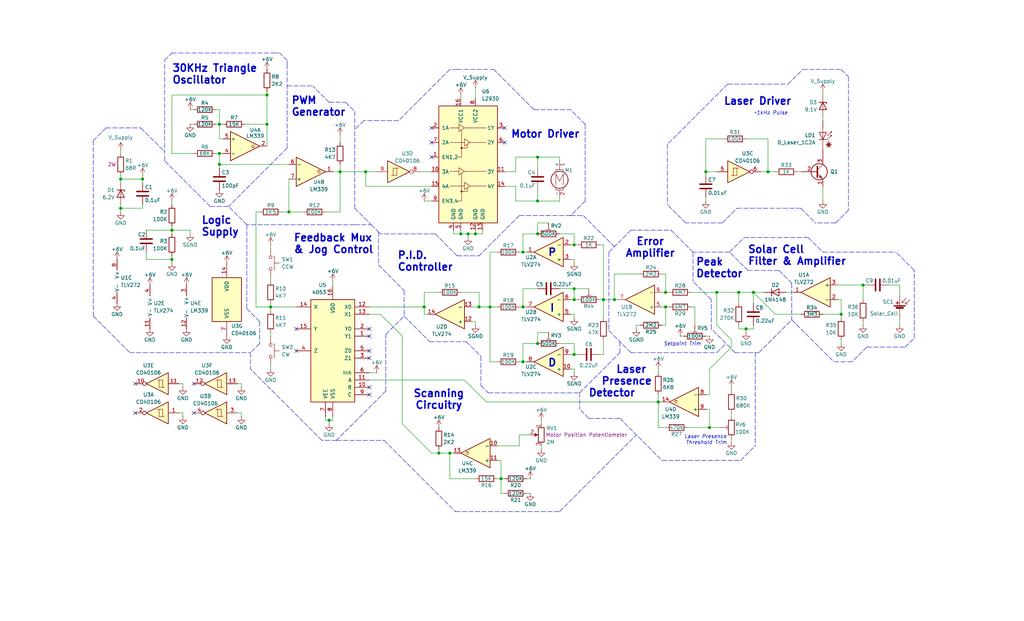
<source format=kicad_sch>
(kicad_sch (version 20231120) (generator "eeschema") (generator_version "8.0")
  (paper "USLegal")
  (title_block (title "Laser-Guided Tracking Servo") (date "2024-05-09") (rev "3") (company "ZAM Industries, LLC") (comment 1 "Drawn by: Mark Vaughn"))
  (junction (at 199.39 123.19))
  (junction (at 199.39 100.33))
  (junction (at 231.14 101.6))
  (junction (at 156.21 157.48))
  (junction (at 92.71 33.02))
  (junction (at 118.11 59.69))
  (junction (at 114.3 146.05))
  (junction (at 92.71 43.18))
  (junction (at 186.69 119.38))
  (junction (at 248.92 101.6))
  (junction (at 228.6 139.7))
  (junction (at 261.62 101.6))
  (junction (at 170.18 106.68))
  (junction (at 160.02 81.28))
  (junction (at 100.33 73.66))
  (junction (at 199.39 85.09))
  (junction (at 93.98 106.68))
  (junction (at 299.72 99.06))
  (junction (at 76.2 57.15))
  (junction (at 162.56 81.28))
  (junction (at 152.4 157.48))
  (junction (at 209.55 104.14))
  (junction (at 181.61 125.73))
  (junction (at 165.1 81.28))
  (junction (at 266.7 59.69))
  (junction (at 173.99 166.37))
  (junction (at 49.53 62.23))
  (junction (at 186.69 81.28))
  (junction (at 181.61 106.68))
  (junction (at 231.14 106.68))
  (junction (at 59.69 80.01))
  (junction (at 41.91 72.39))
  (junction (at 166.37 106.68))
  (junction (at 213.36 104.14))
  (junction (at 127 59.69))
  (junction (at 186.69 69.85))
  (junction (at 199.39 104.14))
  (junction (at 246.38 148.59))
  (junction (at 245.11 59.69))
  (junction (at 256.54 101.6))
  (junction (at 259.08 114.3))
  (junction (at 59.69 90.17))
  (junction (at 292.1 109.22))
  (junction (at 76.2 43.18))
  (junction (at 76.2 53.34))
  (junction (at 147.32 106.68))
  (junction (at 186.69 54.61))
  (junction (at 181.61 87.63))
  (junction (at 41.91 62.23))
  (no_connect (at 128.27 116.84))
  (no_connect (at 102.87 121.92))
  (no_connect (at 175.26 44.45))
  (no_connect (at 128.27 134.62))
  (no_connect (at 67.31 143.51))
  (no_connect (at 149.86 49.53))
  (no_connect (at 46.99 143.51))
  (no_connect (at 128.27 114.3))
  (no_connect (at 128.27 137.16))
  (no_connect (at 149.86 44.45))
  (no_connect (at 128.27 121.92))
  (no_connect (at 102.87 114.3))
  (no_connect (at 67.31 133.35))
  (no_connect (at 175.26 49.53))
  (no_connect (at 149.86 54.61))
  (no_connect (at 128.27 124.46))
  (no_connect (at 46.99 133.35))
  (polyline (pts (xy 32.385 48.895) (xy 36.83 44.45)) (stroke (width 0) (type dash)))
  (wire (pts (xy 199.39 100.33) (xy 199.39 104.14)))
  (polyline (pts (xy 99.695 20.955) (xy 97.155 18.415)) (stroke (width 0) (type dash)))
  (wire (pts (xy 246.38 116.84) (xy 245.11 116.84)))
  (polyline (pts (xy 128.905 78.105) (xy 131.445 80.645)) (stroke (width 0) (type dash)))
  (wire (pts (xy 114.3 146.05) (xy 114.3 147.32)))
  (polyline (pts (xy 211.455 87.63) (xy 219.075 80.01)) (stroke (width 0) (type dash)))
  (polyline (pts (xy 85.725 78.105) (xy 85.725 107.315)) (stroke (width 0) (type dash)))
  (wire (pts (xy 181.61 81.28) (xy 186.69 81.28)))
  (polyline (pts (xy 158.75 24.13) (xy 171.45 24.13)) (stroke (width 0) (type dash)))
  (polyline (pts (xy 300.99 120.65) (xy 295.91 125.73)) (stroke (width 0) (type dash)))
  (polyline (pts (xy 90.17 111.76) (xy 90.17 119.38)) (stroke (width 0) (type dash)))
  (polyline (pts (xy 167.005 123.825) (xy 167.005 133.985)) (stroke (width 0) (type dash)))
  (wire (pts (xy 170.18 106.68) (xy 170.18 125.73)))
  (wire (pts (xy 160.02 81.28) (xy 162.56 81.28)))
  (polyline (pts (xy 252.73 29.21) (xy 231.775 50.165)) (stroke (width 0) (type dash)))
  (wire (pts (xy 259.08 114.3) (xy 259.08 115.57)))
  (polyline (pts (xy 262.255 122.555) (xy 262.255 154.94)) (stroke (width 0) (type dash)))
  (wire (pts (xy 149.86 157.48) (xy 152.4 157.48)))
  (wire (pts (xy 88.9 106.68) (xy 88.9 73.66)))
  (wire (pts (xy 146.05 59.69) (xy 149.86 59.69)))
  (polyline (pts (xy 116.84 153.035) (xy 111.76 153.035)) (stroke (width 0) (type dash)))
  (wire (pts (xy 41.91 72.39) (xy 41.91 71.12)))
  (wire (pts (xy 114.3 146.05) (xy 115.57 146.05)))
  (polyline (pts (xy 185.42 38.1) (xy 171.45 24.13)) (stroke (width 0) (type dash)))
  (wire (pts (xy 231.14 113.03) (xy 231.14 106.68)))
  (polyline (pts (xy 116.84 153.035) (xy 133.35 153.035)) (stroke (width 0) (type dash)))
  (wire (pts (xy 59.69 33.02) (xy 59.69 53.34)))
  (polyline (pts (xy 274.955 98.425) (xy 274.955 111.125)) (stroke (width 0) (type dash)))
  (polyline (pts (xy 73.025 71.755) (xy 57.15 55.88)) (stroke (width 0) (type dash)))
  (wire (pts (xy 228.6 137.16) (xy 228.6 139.7)))
  (wire (pts (xy 220.98 113.03) (xy 220.98 114.3)))
  (polyline (pts (xy 229.87 160.02) (xy 257.175 160.02)) (stroke (width 0) (type dash)))
  (wire (pts (xy 173.99 160.02) (xy 172.72 160.02)))
  (wire (pts (xy 179.07 69.85) (xy 186.69 69.85)))
  (wire (pts (xy 163.83 106.68) (xy 166.37 106.68)))
  (polyline (pts (xy 201.295 136.525) (xy 201.295 142.24)) (stroke (width 0) (type dash)))
  (wire (pts (xy 152.4 157.48) (xy 156.21 157.48)))
  (wire (pts (xy 147.32 109.22) (xy 148.59 109.22)))
  (wire (pts (xy 259.08 114.3) (xy 261.62 114.3)))
  (wire (pts (xy 312.42 110.49) (xy 312.42 113.03)))
  (polyline (pts (xy 215.265 145.415) (xy 204.47 145.415)) (stroke (width 0) (type dash)))
  (polyline (pts (xy 185.42 38.1) (xy 198.12 38.1)) (stroke (width 0) (type dash)))
  (polyline (pts (xy 238.125 77.47) (xy 231.775 71.12)) (stroke (width 0) (type dash)))
  (polyline (pts (xy 73.025 71.755) (xy 79.375 71.755)) (stroke (width 0) (type dash)))
  (polyline (pts (xy 123.19 78.105) (xy 85.725 78.105)) (stroke (width 0) (type dash)))
  (polyline (pts (xy 169.545 136.525) (xy 201.295 136.525)) (stroke (width 0) (type dash)))
  (polyline (pts (xy 194.31 177.8) (xy 220.98 151.13)) (stroke (width 0) (type dash)))
  (wire (pts (xy 273.05 101.6) (xy 275.59 101.6)))
  (wire (pts (xy 139.7 147.32) (xy 149.86 157.48)))
  (wire (pts (xy 180.34 151.13) (xy 180.34 154.94)))
  (polyline (pts (xy 247.015 114.3) (xy 247.015 104.14)) (stroke (width 0) (type dash)))
  (wire (pts (xy 62.23 143.51) (xy 63.5 143.51)))
  (polyline (pts (xy 90.17 119.38) (xy 86.995 122.555)) (stroke (width 0) (type dash)))
  (wire (pts (xy 170.18 106.68) (xy 172.72 106.68)))
  (wire (pts (xy 127 59.69) (xy 127 64.77)))
  (wire (pts (xy 76.2 58.42) (xy 76.2 57.15)))
  (wire (pts (xy 100.33 73.66) (xy 105.41 73.66)))
  (polyline (pts (xy 252.73 29.21) (xy 273.685 29.21)) (stroke (width 0) (type dash)))
  (wire (pts (xy 76.2 53.34) (xy 76.2 57.15)))
  (wire (pts (xy 76.2 38.1) (xy 76.2 43.18)))
  (polyline (pts (xy 120.015 35.56) (xy 123.19 38.735)) (stroke (width 0) (type dash)))
  (wire (pts (xy 186.69 66.04) (xy 186.69 69.85)))
  (polyline (pts (xy 300.99 120.65) (xy 314.325 120.65)) (stroke (width 0) (type dash)))
  (wire (pts (xy 266.7 59.69) (xy 269.24 59.69)))
  (wire (pts (xy 118.11 46.99) (xy 118.11 49.53)))
  (polyline (pts (xy 133.35 153.035) (xy 158.115 177.8)) (stroke (width 0) (type dash)))
  (wire (pts (xy 93.98 86.36) (xy 93.98 85.09)))
  (wire (pts (xy 181.61 119.38) (xy 181.61 125.73)))
  (wire (pts (xy 276.86 59.69) (xy 278.13 59.69)))
  (polyline (pts (xy 219.075 122.555) (xy 248.92 122.555)) (stroke (width 0) (type dash)))
  (polyline (pts (xy 211.455 114.935) (xy 219.075 122.555)) (stroke (width 0) (type dash)))
  (wire (pts (xy 181.61 81.28) (xy 181.61 87.63)))
  (wire (pts (xy 49.53 71.12) (xy 49.53 72.39)))
  (wire (pts (xy 228.6 139.7) (xy 228.6 148.59)))
  (wire (pts (xy 128.27 129.54) (xy 130.81 129.54)))
  (wire (pts (xy 49.53 60.96) (xy 49.53 62.23)))
  (wire (pts (xy 147.32 101.6) (xy 152.4 101.6)))
  (wire (pts (xy 59.69 80.01) (xy 59.69 81.28)))
  (wire (pts (xy 245.11 48.26) (xy 251.46 48.26)))
  (wire (pts (xy 41.91 52.07) (xy 41.91 53.34)))
  (wire (pts (xy 186.69 77.47) (xy 186.69 81.28)))
  (polyline (pts (xy 317.5 117.475) (xy 317.5 93.98)) (stroke (width 0) (type dash)))
  (wire (pts (xy 127 59.69) (xy 130.81 59.69)))
  (wire (pts (xy 199.39 119.38) (xy 199.39 123.19)))
  (wire (pts (xy 229.87 106.68) (xy 231.14 106.68)))
  (wire (pts (xy 63.5 143.51) (xy 63.5 144.78)))
  (wire (pts (xy 254 143.51) (xy 254 144.78)))
  (wire (pts (xy 245.11 48.26) (xy 245.11 59.69)))
  (wire (pts (xy 88.9 73.66) (xy 90.17 73.66)))
  (wire (pts (xy 93.98 96.52) (xy 93.98 97.79)))
  (wire (pts (xy 285.75 40.64) (xy 285.75 41.91)))
  (wire (pts (xy 165.1 81.28) (xy 167.64 81.28)))
  (wire (pts (xy 83.82 133.35) (xy 83.82 134.62)))
  (wire (pts (xy 299.72 99.06) (xy 300.99 99.06)))
  (polyline (pts (xy 259.715 93.98) (xy 253.365 87.63)) (stroke (width 0) (type dash)))
  (polyline (pts (xy 140.335 109.855) (xy 149.225 118.745)) (stroke (width 0) (type dash)))
  (polyline (pts (xy 151.13 81.28) (xy 158.75 88.9)) (stroke (width 0) (type dash)))
  (wire (pts (xy 269.24 109.22) (xy 261.62 101.6)))
  (wire (pts (xy 156.21 157.48) (xy 156.21 166.37)))
  (polyline (pts (xy 231.775 50.165) (xy 231.775 71.12)) (stroke (width 0) (type dash)))
  (polyline (pts (xy 292.1 24.13) (xy 294.64 26.67)) (stroke (width 0) (type dash)))
  (wire (pts (xy 175.26 166.37) (xy 173.99 166.37)))
  (wire (pts (xy 199.39 90.17) (xy 199.39 91.44)))
  (wire (pts (xy 180.34 154.94) (xy 172.72 154.94)))
  (wire (pts (xy 165.1 30.48) (xy 165.1 34.29)))
  (wire (pts (xy 74.93 53.34) (xy 76.2 53.34)))
  (wire (pts (xy 82.55 133.35) (xy 83.82 133.35)))
  (wire (pts (xy 170.18 87.63) (xy 172.72 87.63)))
  (wire (pts (xy 231.14 95.25) (xy 231.14 101.6)))
  (wire (pts (xy 167.64 80.01) (xy 167.64 81.28)))
  (wire (pts (xy 290.83 99.06) (xy 299.72 99.06)))
  (polyline (pts (xy 126.365 41.91) (xy 123.19 45.085)) (stroke (width 0) (type dash)))
  (wire (pts (xy 209.55 85.09) (xy 209.55 104.14)))
  (polyline (pts (xy 247.015 104.14) (xy 240.665 97.79)) (stroke (width 0) (type dash)))
  (wire (pts (xy 76.2 48.26) (xy 77.47 48.26)))
  (wire (pts (xy 182.88 171.45) (xy 184.15 171.45)))
  (polyline (pts (xy 131.445 80.645) (xy 131.445 92.075)) (stroke (width 0) (type dash)))
  (wire (pts (xy 209.55 118.11) (xy 209.55 123.19)))
  (polyline (pts (xy 158.75 88.9) (xy 166.37 88.9)) (stroke (width 0) (type dash)))
  (polyline (pts (xy 258.445 82.55) (xy 280.67 82.55)) (stroke (width 0) (type dash)))
  (polyline (pts (xy 32.385 48.895) (xy 32.385 109.855)) (stroke (width 0) (type dash)))
  (wire (pts (xy 59.69 88.9) (xy 59.69 90.17)))
  (wire (pts (xy 220.98 113.03) (xy 222.25 113.03)))
  (polyline (pts (xy 253.365 87.63) (xy 240.665 87.63)) (stroke (width 0) (type dash)))
  (polyline (pts (xy 201.295 136.525) (xy 215.265 122.555)) (stroke (width 0) (type dash)))
  (polyline (pts (xy 131.445 92.075) (xy 140.335 100.965)) (stroke (width 0) (type dash)))
  (wire (pts (xy 231.14 101.6) (xy 232.41 101.6)))
  (wire (pts (xy 170.18 125.73) (xy 172.72 125.73)))
  (wire (pts (xy 199.39 128.27) (xy 199.39 129.54)))
  (polyline (pts (xy 151.13 81.28) (xy 132.08 81.28)) (stroke (width 0) (type dash)))
  (polyline (pts (xy 198.12 74.93) (xy 180.34 74.93)) (stroke (width 0) (type dash)))
  (polyline (pts (xy 132.08 81.28) (xy 131.445 80.645)) (stroke (width 0) (type dash)))
  (wire (pts (xy 166.37 106.68) (xy 170.18 106.68)))
  (polyline (pts (xy 285.75 87.63) (xy 311.15 87.63)) (stroke (width 0) (type dash)))
  (polyline (pts (xy 161.925 118.745) (xy 167.005 123.825)) (stroke (width 0) (type dash)))
  (wire (pts (xy 299.72 99.06) (xy 299.72 104.14)))
  (wire (pts (xy 208.28 104.14) (xy 209.55 104.14)))
  (wire (pts (xy 213.36 104.14) (xy 214.63 104.14)))
  (wire (pts (xy 245.11 59.69) (xy 248.92 59.69)))
  (polyline (pts (xy 159.385 36.83) (xy 158.115 36.83)) (stroke (width 0) (type dash)))
  (wire (pts (xy 199.39 90.17) (xy 198.12 90.17)))
  (wire (pts (xy 299.72 111.76) (xy 299.72 113.03)))
  (polyline (pts (xy 123.19 72.39) (xy 128.905 78.105)) (stroke (width 0) (type dash)))
  (polyline (pts (xy 86.995 122.555) (xy 86.995 128.27)) (stroke (width 0) (type dash)))
  (wire (pts (xy 194.31 68.58) (xy 194.31 69.85)))
  (wire (pts (xy 200.66 123.19) (xy 199.39 123.19)))
  (polyline (pts (xy 257.175 160.02) (xy 262.255 154.94)) (stroke (width 0) (type dash)))
  (wire (pts (xy 147.32 69.85) (xy 149.86 69.85)))
  (wire (pts (xy 194.31 100.33) (xy 199.39 100.33)))
  (polyline (pts (xy 114.3 35.56) (xy 108.585 29.845)) (stroke (width 0) (type dash)))
  (polyline (pts (xy 123.19 38.735) (xy 123.19 72.39)) (stroke (width 0) (type dash)))
  (wire (pts (xy 147.32 106.68) (xy 147.32 109.22)))
  (wire (pts (xy 165.1 111.76) (xy 165.1 113.03)))
  (polyline (pts (xy 57.15 55.88) (xy 57.15 20.955)) (stroke (width 0) (type dash)))
  (wire (pts (xy 199.39 85.09) (xy 200.66 85.09)))
  (polyline (pts (xy 294.64 26.67) (xy 294.64 73.025)) (stroke (width 0) (type dash)))
  (wire (pts (xy 92.71 43.18) (xy 92.71 50.8)))
  (wire (pts (xy 208.28 123.19) (xy 209.55 123.19)))
  (polyline (pts (xy 203.2 43.18) (xy 203.2 69.85)) (stroke (width 0) (type dash)))
  (polyline (pts (xy 32.385 109.855) (xy 45.085 122.555)) (stroke (width 0) (type dash)))
  (wire (pts (xy 194.31 54.61) (xy 194.31 55.88)))
  (wire (pts (xy 213.36 95.25) (xy 222.25 95.25)))
  (polyline (pts (xy 280.67 82.55) (xy 285.75 87.63)) (stroke (width 0) (type dash)))
  (polyline (pts (xy 211.455 87.63) (xy 211.455 114.935)) (stroke (width 0) (type dash)))
  (polyline (pts (xy 255.27 122.555) (xy 247.015 114.3)) (stroke (width 0) (type dash)))
  (wire (pts (xy 93.98 106.68) (xy 102.87 106.68)))
  (wire (pts (xy 186.69 69.85) (xy 194.31 69.85)))
  (wire (pts (xy 160.02 101.6) (xy 166.37 101.6)))
  (polyline (pts (xy 255.905 72.39) (xy 278.13 72.39)) (stroke (width 0) (type dash)))
  (polyline (pts (xy 250.825 77.47) (xy 255.905 72.39)) (stroke (width 0) (type dash)))
  (polyline (pts (xy 215.265 118.745) (xy 215.265 122.555)) (stroke (width 0) (type dash)))
  (wire (pts (xy 173.99 166.37) (xy 172.72 166.37)))
  (wire (pts (xy 63.5 133.35) (xy 63.5 134.62)))
  (wire (pts (xy 115.57 97.79) (xy 115.57 99.06)))
  (wire (pts (xy 127 64.77) (xy 149.86 64.77)))
  (wire (pts (xy 200.66 104.14) (xy 199.39 104.14)))
  (wire (pts (xy 62.23 133.35) (xy 63.5 133.35)))
  (polyline (pts (xy 204.47 145.415) (xy 201.295 142.24)) (stroke (width 0) (type dash)))
  (wire (pts (xy 66.04 80.01) (xy 59.69 80.01)))
  (wire (pts (xy 256.54 114.3) (xy 256.54 113.03)))
  (wire (pts (xy 147.32 101.6) (xy 147.32 106.68)))
  (wire (pts (xy 162.56 81.28) (xy 162.56 82.55)))
  (wire (pts (xy 184.15 166.37) (xy 182.88 166.37)))
  (wire (pts (xy 59.69 33.02) (xy 92.71 33.02)))
  (wire (pts (xy 312.42 102.87) (xy 312.42 99.06)))
  (wire (pts (xy 59.69 90.17) (xy 50.8 90.17)))
  (wire (pts (xy 256.54 101.6) (xy 261.62 101.6)))
  (wire (pts (xy 241.3 106.68) (xy 240.03 106.68)))
  (wire (pts (xy 41.91 60.96) (xy 41.91 62.23)))
  (wire (pts (xy 245.11 68.58) (xy 245.11 69.85)))
  (polyline (pts (xy 278.13 72.39) (xy 283.21 77.47)) (stroke (width 0) (type dash)))
  (polyline (pts (xy 294.64 73.025) (xy 290.195 77.47)) (stroke (width 0) (type dash)))
  (wire (pts (xy 88.9 106.68) (xy 93.98 106.68)))
  (polyline (pts (xy 111.76 153.035) (xy 86.995 128.27)) (stroke (width 0) (type dash)))
  (wire (pts (xy 264.16 59.69) (xy 266.7 59.69)))
  (wire (pts (xy 162.56 81.28) (xy 165.1 81.28)))
  (wire (pts (xy 67.31 38.1) (xy 66.04 38.1)))
  (wire (pts (xy 269.24 109.22) (xy 278.13 109.22)))
  (wire (pts (xy 254 134.62) (xy 254 135.89)))
  (wire (pts (xy 285.75 31.75) (xy 285.75 33.02)))
  (polyline (pts (xy 180.34 74.93) (xy 166.37 88.9)) (stroke (width 0) (type dash)))
  (wire (pts (xy 41.91 73.66) (xy 41.91 72.39)))
  (wire (pts (xy 208.28 85.09) (xy 209.55 85.09)))
  (wire (pts (xy 113.03 144.78) (xy 113.03 146.05)))
  (wire (pts (xy 245.11 60.96) (xy 245.11 59.69)))
  (polyline (pts (xy 133.985 116.205) (xy 140.335 109.855)) (stroke (width 0) (type dash)))
  (wire (pts (xy 175.26 171.45) (xy 173.99 171.45)))
  (wire (pts (xy 76.2 43.18) (xy 77.47 43.18)))
  (polyline (pts (xy 57.15 20.955) (xy 59.69 18.415)) (stroke (width 0) (type dash)))
  (wire (pts (xy 229.87 95.25) (xy 231.14 95.25)))
  (wire (pts (xy 246.38 142.24) (xy 246.38 148.59)))
  (wire (pts (xy 66.04 43.18) (xy 67.31 43.18)))
  (polyline (pts (xy 99.695 51.435) (xy 79.375 71.755)) (stroke (width 0) (type dash)))
  (wire (pts (xy 285.75 64.77) (xy 285.75 69.85)))
  (wire (pts (xy 41.91 72.39) (xy 49.53 72.39)))
  (wire (pts (xy 194.31 81.28) (xy 199.39 81.28)))
  (wire (pts (xy 82.55 143.51) (xy 83.82 143.51)))
  (wire (pts (xy 228.6 148.59) (xy 231.14 148.59)))
  (wire (pts (xy 113.03 73.66) (xy 118.11 73.66)))
  (wire (pts (xy 156.21 157.48) (xy 157.48 157.48)))
  (polyline (pts (xy 114.3 35.56) (xy 120.015 35.56)) (stroke (width 0) (type dash)))
  (polyline (pts (xy 48.895 44.45) (xy 57.15 52.705)) (stroke (width 0) (type dash)))
  (wire (pts (xy 168.91 139.7) (xy 228.6 139.7)))
  (polyline (pts (xy 278.765 24.13) (xy 292.1 24.13)) (stroke (width 0) (type dash)))
  (wire (pts (xy 168.91 139.7) (xy 161.29 132.08)))
  (wire (pts (xy 186.69 115.57) (xy 190.5 115.57)))
  (wire (pts (xy 179.07 54.61) (xy 186.69 54.61)))
  (wire (pts (xy 59.69 78.74) (xy 59.69 80.01)))
  (wire (pts (xy 160.02 80.01) (xy 160.02 81.28)))
  (wire (pts (xy 292.1 104.14) (xy 292.1 109.22)))
  (wire (pts (xy 41.91 62.23) (xy 49.53 62.23)))
  (polyline (pts (xy 270.51 93.98) (xy 259.715 93.98)) (stroke (width 0) (type dash)))
  (wire (pts (xy 181.61 100.33) (xy 181.61 106.68)))
  (wire (pts (xy 209.55 104.14) (xy 213.36 104.14)))
  (wire (pts (xy 312.42 99.06) (xy 308.61 99.06)))
  (wire (pts (xy 100.33 62.23) (xy 100.33 73.66)))
  (polyline (pts (xy 123.19 78.105) (xy 128.905 78.105)) (stroke (width 0) (type dash)))
  (wire (pts (xy 59.69 80.01) (xy 50.8 80.01)))
  (polyline (pts (xy 233.045 80.01) (xy 240.665 87.63)) (stroke (width 0) (type dash)))
  (wire (pts (xy 198.12 104.14) (xy 199.39 104.14)))
  (wire (pts (xy 157.48 80.01) (xy 157.48 81.28)))
  (wire (pts (xy 166.37 101.6) (xy 166.37 106.68)))
  (wire (pts (xy 115.57 144.78) (xy 115.57 146.05)))
  (polyline (pts (xy 250.825 77.47) (xy 238.125 77.47)) (stroke (width 0) (type dash)))
  (wire (pts (xy 199.39 100.33) (xy 204.47 100.33)))
  (wire (pts (xy 199.39 109.22) (xy 198.12 109.22)))
  (wire (pts (xy 180.34 125.73) (xy 181.61 125.73)))
  (wire (pts (xy 229.87 113.03) (xy 231.14 113.03)))
  (polyline (pts (xy 85.725 107.315) (xy 90.17 111.76)) (stroke (width 0) (type dash)))
  (wire (pts (xy 92.71 33.02) (xy 92.71 43.18)))
  (polyline (pts (xy 99.695 22.86) (xy 99.695 20.955)) (stroke (width 0) (type dash)))
  (polyline (pts (xy 45.085 122.555) (xy 86.995 122.555)) (stroke (width 0) (type dash)))
  (polyline (pts (xy 59.69 18.415) (xy 95.25 18.415)) (stroke (width 0) (type dash)))
  (wire (pts (xy 187.96 146.05) (xy 187.96 147.32)))
  (polyline (pts (xy 295.91 125.73) (xy 289.56 125.73)) (stroke (width 0) (type dash)))
  (wire (pts (xy 229.87 101.6) (xy 231.14 101.6)))
  (wire (pts (xy 173.99 171.45) (xy 173.99 166.37)))
  (wire (pts (xy 93.98 128.27) (xy 93.98 127)))
  (polyline (pts (xy 167.005 133.985) (xy 169.545 136.525)) (stroke (width 0) (type dash)))
  (wire (pts (xy 118.11 59.69) (xy 118.11 73.66)))
  (wire (pts (xy 198.12 85.09) (xy 199.39 85.09)))
  (wire (pts (xy 245.11 142.24) (xy 246.38 142.24)))
  (polyline (pts (xy 219.075 80.01) (xy 233.045 80.01)) (stroke (width 0) (type dash)))
  (wire (pts (xy 175.26 59.69) (xy 179.07 59.69)))
  (wire (pts (xy 236.22 116.84) (xy 237.49 116.84)))
  (wire (pts (xy 59.69 90.17) (xy 59.69 91.44)))
  (wire (pts (xy 93.98 105.41) (xy 93.98 106.68)))
  (wire (pts (xy 290.83 104.14) (xy 292.1 104.14)))
  (polyline (pts (xy 203.2 69.85) (xy 198.12 74.93)) (stroke (width 0) (type dash)))
  (wire (pts (xy 248.92 101.6) (xy 256.54 101.6)))
  (wire (pts (xy 240.03 101.6) (xy 248.92 101.6)))
  (wire (pts (xy 261.62 113.03) (xy 261.62 114.3)))
  (polyline (pts (xy 290.195 77.47) (xy 283.21 77.47)) (stroke (width 0) (type dash)))
  (wire (pts (xy 181.61 87.63) (xy 182.88 87.63)))
  (wire (pts (xy 59.69 53.34) (xy 67.31 53.34)))
  (polyline (pts (xy 263.525 122.555) (xy 274.955 111.125)) (stroke (width 0) (type dash)))
  (polyline (pts (xy 158.75 24.13) (xy 156.21 24.13)) (stroke (width 0) (type dash)))
  (wire (pts (xy 76.2 53.34) (xy 77.47 53.34)))
  (wire (pts (xy 246.38 148.59) (xy 250.19 148.59)))
  (wire (pts (xy 83.82 143.51) (xy 83.82 144.78)))
  (wire (pts (xy 85.09 43.18) (xy 92.71 43.18)))
  (wire (pts (xy 198.12 123.19) (xy 199.39 123.19)))
  (wire (pts (xy 256.54 101.6) (xy 256.54 105.41)))
  (wire (pts (xy 254 118.11) (xy 254 120.65)))
  (polyline (pts (xy 156.21 24.13) (xy 138.43 41.91)) (stroke (width 0) (type dash)))
  (polyline (pts (xy 133.985 135.89) (xy 116.84 153.035)) (stroke (width 0) (type dash)))
  (polyline (pts (xy 203.2 43.18) (xy 198.12 38.1)) (stroke (width 0) (type dash)))
  (wire (pts (xy 246.38 128.27) (xy 254 120.65)))
  (polyline (pts (xy 36.83 44.45) (xy 48.895 44.45)) (stroke (width 0) (type dash)))
  (wire (pts (xy 186.69 54.61) (xy 194.31 54.61)))
  (polyline (pts (xy 99.695 51.435) (xy 99.695 22.86)) (stroke (width 0) (type dash)))
  (wire (pts (xy 113.03 146.05) (xy 114.3 146.05)))
  (wire (pts (xy 59.69 69.85) (xy 59.69 71.12)))
  (polyline (pts (xy 140.335 100.965) (xy 140.335 109.855)) (stroke (width 0) (type dash)))
  (wire (pts (xy 180.34 106.68) (xy 181.61 106.68)))
  (wire (pts (xy 74.93 38.1) (xy 76.2 38.1)))
  (polyline (pts (xy 240.665 87.63) (xy 240.665 97.79)) (stroke (width 0) (type dash)))
  (wire (pts (xy 97.79 73.66) (xy 100.33 73.66)))
  (wire (pts (xy 209.55 104.14) (xy 209.55 110.49)))
  (wire (pts (xy 165.1 111.76) (xy 163.83 111.76)))
  (wire (pts (xy 179.07 54.61) (xy 179.07 59.69)))
  (wire (pts (xy 49.53 62.23) (xy 49.53 63.5)))
  (polyline (pts (xy 215.265 145.415) (xy 229.87 160.02)) (stroke (width 0) (type dash)))
  (wire (pts (xy 165.1 80.01) (xy 165.1 81.28)))
  (wire (pts (xy 93.98 107.95) (xy 93.98 106.68)))
  (wire (pts (xy 41.91 62.23) (xy 41.91 63.5)))
  (wire (pts (xy 139.7 116.84) (xy 139.7 147.32)))
  (wire (pts (xy 181.61 119.38) (xy 186.69 119.38)))
  (wire (pts (xy 170.18 87.63) (xy 170.18 106.68)))
  (wire (pts (xy 186.69 115.57) (xy 186.69 119.38)))
  (wire (pts (xy 173.99 166.37) (xy 173.99 160.02)))
  (wire (pts (xy 186.69 54.61) (xy 186.69 58.42)))
  (wire (pts (xy 228.6 128.27) (xy 228.6 129.54)))
  (wire (pts (xy 194.31 119.38) (xy 199.39 119.38)))
  (polyline (pts (xy 99.695 29.845) (xy 108.585 29.845)) (stroke (width 0) (type dash)))
  (polyline (pts (xy 273.685 29.21) (xy 278.765 24.13)) (stroke (width 0) (type dash)))
  (polyline (pts (xy 314.325 120.65) (xy 317.5 117.475)) (stroke (width 0) (type dash)))
  (wire (pts (xy 248.92 101.6) (xy 248.92 113.03)))
  (wire (pts (xy 199.39 128.27) (xy 198.12 128.27)))
  (wire (pts (xy 186.69 77.47) (xy 190.5 77.47)))
  (wire (pts (xy 118.11 59.69) (xy 127 59.69)))
  (polyline (pts (xy 138.43 41.91) (xy 126.365 41.91)) (stroke (width 0) (type dash)))
  (wire (pts (xy 229.87 139.7) (xy 228.6 139.7)))
  (wire (pts (xy 241.3 106.68) (xy 241.3 113.03)))
  (wire (pts (xy 261.62 101.6) (xy 261.62 105.41)))
  (wire (pts (xy 259.08 114.3) (xy 256.54 114.3)))
  (wire (pts (xy 139.7 116.84) (xy 132.08 109.22)))
  (polyline (pts (xy 274.955 98.425) (xy 270.51 93.98)) (stroke (width 0) (type dash)))
  (wire (pts (xy 152.4 156.21) (xy 152.4 157.48)))
  (wire (pts (xy 292.1 118.11) (xy 292.1 119.38)))
  (wire (pts (xy 181.61 125.73) (xy 182.88 125.73)))
  (polyline (pts (xy 149.225 118.745) (xy 161.925 118.745)) (stroke (width 0) (type dash)))
  (polyline (pts (xy 158.115 177.8) (xy 194.31 177.8)) (stroke (width 0) (type dash)))
  (wire (pts (xy 181.61 100.33) (xy 186.69 100.33)))
  (wire (pts (xy 115.57 59.69) (xy 118.11 59.69)))
  (polyline (pts (xy 95.25 18.415) (xy 97.155 18.415)) (stroke (width 0) (type dash)))
  (wire (pts (xy 76.2 57.15) (xy 100.33 57.15)))
  (wire (pts (xy 180.34 87.63) (xy 181.61 87.63)))
  (wire (pts (xy 92.71 31.75) (xy 92.71 33.02)))
  (wire (pts (xy 213.36 95.25) (xy 213.36 104.14)))
  (wire (pts (xy 157.48 81.28) (xy 160.02 81.28)))
  (wire (pts (xy 50.8 90.17) (xy 50.8 87.63)))
  (wire (pts (xy 238.76 148.59) (xy 246.38 148.59)))
  (polyline (pts (xy 248.92 122.555) (xy 252.095 119.38)) (stroke (width 0) (type dash)))
  (wire (pts (xy 175.26 64.77) (xy 179.07 64.77)))
  (wire (pts (xy 248.92 113.03) (xy 254 118.11)))
  (wire (pts (xy 199.39 109.22) (xy 199.39 110.49)))
  (wire (pts (xy 181.61 106.68) (xy 182.88 106.68)))
  (wire (pts (xy 187.96 154.94) (xy 187.96 156.21)))
  (polyline (pts (xy 202.565 74.93) (xy 213.36 85.725)) (stroke (width 0) (type dash)))
  (wire (pts (xy 128.27 132.08) (xy 161.29 132.08)))
  (polyline (pts (xy 255.27 122.555) (xy 263.525 122.555)) (stroke (width 0) (type dash)))
  (wire (pts (xy 261.62 101.6) (xy 265.43 101.6)))
  (wire (pts (xy 76.2 43.18) (xy 76.2 48.26)))
  (wire (pts (xy 66.04 80.01) (xy 66.04 81.28)))
  (wire (pts (xy 245.11 137.16) (xy 246.38 137.16)))
  (polyline (pts (xy 317.5 93.98) (xy 311.15 87.63)) (stroke (width 0) (type dash)))
  (polyline (pts (xy 85.725 78.105) (xy 79.375 71.755)) (stroke (width 0) (type dash)))
  (wire (pts (xy 128.27 109.22) (xy 132.08 109.22)))
  (wire (pts (xy 246.38 128.27) (xy 246.38 137.16)))
  (wire (pts (xy 292.1 109.22) (xy 292.1 110.49)))
  (wire (pts (xy 128.27 106.68) (xy 147.32 106.68)))
  (wire (pts (xy 180.34 151.13) (xy 184.15 151.13)))
  (wire (pts (xy 199.39 81.28) (xy 199.39 85.09)))
  (wire (pts (xy 179.07 64.77) (xy 179.07 69.85)))
  (wire (pts (xy 118.11 57.15) (xy 118.11 59.69)))
  (wire (pts (xy 156.21 166.37) (xy 165.1 166.37)))
  (wire (pts (xy 285.75 109.22) (xy 292.1 109.22)))
  (wire (pts (xy 254 152.4) (xy 254 153.67)))
  (wire (pts (xy 74.93 43.18) (xy 76.2 43.18)))
  (polyline (pts (xy 198.12 74.93) (xy 202.565 74.93)) (stroke (width 0) (type dash)))
  (wire (pts (xy 259.08 48.26) (xy 266.7 48.26)))
  (wire (pts (xy 93.98 116.84) (xy 93.98 115.57)))
  (polyline (pts (xy 133.985 135.89) (xy 133.985 116.205)) (stroke (width 0) (type dash)))
  (wire (pts (xy 160.02 33.02) (xy 160.02 34.29)))
  (polyline (pts (xy 274.955 111.125) (xy 289.56 125.73)) (stroke (width 0) (type dash)))
  (polyline (pts (xy 253.365 87.63) (xy 258.445 82.55)) (stroke (width 0) (type dash)))
  (wire (pts (xy 266.7 48.26) (xy 266.7 59.69)))
  (wire (pts (xy 231.14 106.68) (xy 232.41 106.68)))
  (text "D" (at 191.77 126.238 0) (effects (font (size 2.54 2.54) (thickness 0.508) (bold yes))))
  (text "Logic\nSupply" (at 69.85 78.74 0) (effects (font (size 2.54 2.54) (thickness 0.508) (bold yes)) (justify left)))
  (text "P" (at 191.77 87.884 0) (effects (font (size 2.54 2.54) (thickness 0.508) (bold yes))))
  (text "Motor Driver" (at 177.292 46.736 0) (effects (font (size 2.54 2.54) (thickness 0.508) (bold yes)) (justify left)))
  (text "Laser Presence\nThreshold Trim" (at 252.476 152.908 0) (effects (font (size 1.27 1.27) (italic yes)) (justify right)))
  (text "Laser \nPresence\nDetector   " (at 226.568 132.588 0) (effects (font (size 2.54 2.54) (thickness 0.508) (bold yes)) (justify right)))
  (text "Solar Cell\nFilter & Amplifier" (at 259.588 88.9 0) (effects (font (size 2.54 2.54) (thickness 0.508) (bold yes)) (justify left)))
  (text "Peak\nDetector" (at 241.554 93.218 0) (effects (font (size 2.54 2.54) (thickness 0.508) (bold yes)) (justify left)))
  (text "~1kHz Pulse" (at 267.716 39.37 0) (effects (font (size 1.27 1.27) (italic yes))))
  (text "P.I.D.\nController" (at 137.922 90.932 0) (effects (font (size 2.54 2.54) (thickness 0.508) (bold yes)) (justify left)))
  (text "Error\nAmplifier" (at 225.806 86.106 0) (effects (font (size 2.54 2.54) (thickness 0.508) (bold yes))))
  (text "Laser Driver" (at 251.206 35.306 0) (effects (font (size 2.54 2.54) (thickness 0.508) (bold yes)) (justify left)))
  (text "Setpoint Trim" (at 236.982 119.634 0) (effects (font (size 1.27 1.27) (italic yes))))
  (text "30KHz Triangle\nOscillator" (at 59.69 25.908 0) (effects (font (size 2.54 2.54) (thickness 0.508) (bold yes)) (justify left)))
  (text "Scanning\nCircuitry" (at 152.4 138.938 0) (effects (font (size 2.54 2.54) (thickness 0.508) (bold yes))))
  (text "PWM\nGenerator" (at 101.092 37.084 0) (effects (font (size 2.54 2.54) (thickness 0.508) (bold yes)) (justify left)))
  (text "Feedback Mux\n& Jog Control" (at 101.854 84.836 0) (effects (font (size 2.54 2.54) (thickness 0.508) (bold yes)) (justify left)))
  (text "I" (at 191.77 107.188 0) (effects (font (size 2.54 2.54) (thickness 0.508) (bold yes))))
  (symbol (lib_id "Device:Solar_Cell") (at 312.42 107.95 0) (mirror y) (unit 1)
    (property "Reference" "SC1" (at 310.388 104.902 0) (effects (justify left)))
    (property "Value" "Solar_Cell" (at 311.912 108.966 0) (effects (justify left)))
    (property "Footprint" "Connector_PinHeader_2.54mm:PinHeader_1x02_P2.54mm_Vertical" (effects (hide yes)))
    (property "Description" "Single solar cell" (effects (hide yes)))
  )
  (symbol (lib_id "power:GNDS") (at 220.98 114.3 0) (mirror y) (unit 1)
    (property "Reference" "#PWR042" (effects (hide yes)))
    (property "Value" "SGND" (at 220.98 118.11 0))
    (property "Description" "Power symbol creates a global label with name \"GNDS\" , signal ground" (effects (hide yes)))
  )
  (symbol (lib_id "Device:R") (at 254 139.7 0) (unit 1)
    (property "Reference" "R30" (at 255.524 138.43 0) (effects (justify left)))
    (property "Value" "680K" (at 255.524 140.97 0) (effects (justify left)))
    (property "Footprint" "Resistor_THT:R_Axial_DIN0207_L6.3mm_D2.5mm_P10.16mm_Horizontal" (effects (hide yes)))
    (property "Description" "Resistor" (effects (hide yes)))
  )
  (symbol (lib_id "Driver_Motor:L293D") (at 162.56 59.69 0) (unit 1)
    (property "Reference" "U6" (at 167.2941 31.75 0) (effects (justify left)))
    (property "Value" "L293D" (at 167.2941 34.29 0) (effects (justify left)))
    (property "Footprint" "Package_DIP:DIP-16_W7.62mm" (effects (hide yes)))
    (property "Datasheet" "http://www.ti.com/lit/ds/symlink/l293.pdf" (effects (hide yes)))
    (property "Description" "Quadruple Half-H Drivers" (effects (hide yes)))
  )
  (symbol (lib_id "power:GND") (at 63.5 144.78 0) (unit 1)
    (property "Reference" "#PWR011" (effects (hide yes)))
    (property "Value" "GND" (at 63.5 148.59 0))
    (property "Description" "Power symbol creates a global label with name \"GND\" , ground" (effects (hide yes)))
  )
  (symbol (lib_id "power:+6V") (at 152.4 148.59 0) (unit 1)
    (property "Reference" "#PWR030" (effects (hide yes)))
    (property "Value" "+6V" (at 152.4 145.034 0))
    (property "Description" "Power symbol creates a global label with name \"+6V\"" (effects (hide yes)))
  )
  (symbol (lib_id "Device:R") (at 41.91 57.15 0) (unit 1)
    (property "Reference" "R1" (at 43.434 55.88 0) (effects (justify left)))
    (property "Value" "68R" (at 43.434 58.42 0) (effects (justify left)))
    (property "Footprint" "Resistor_THT:R_Axial_DIN0207_L6.3mm_D2.5mm_P7.62mm_Horizontal" (effects (hide yes)))
    (property "Description" "2W" (at 38.862 57.15 0))
  )
  (symbol (lib_id "power:GND") (at 83.82 134.62 0) (unit 1)
    (property "Reference" "#PWR020" (effects (hide yes)))
    (property "Value" "GND" (at 83.82 138.43 0))
    (property "Description" "Power symbol creates a global label with name \"GND\" , ground" (effects (hide yes)))
  )
  (symbol (lib_id "Device:R") (at 176.53 87.63 270) (mirror x) (unit 1)
    (property "Reference" "R17" (at 176.53 85.344 90))
    (property "Value" "100K" (at 176.53 87.63 90))
    (property "Footprint" "Resistor_THT:R_Axial_DIN0207_L6.3mm_D2.5mm_P2.54mm_Vertical" (effects (hide yes)))
    (property "Description" "Resistor" (effects (hide yes)))
  )
  (symbol (lib_id "power:GNDS") (at 199.39 110.49 0) (mirror y) (unit 1)
    (property "Reference" "#PWR040" (effects (hide yes)))
    (property "Value" "SGND" (at 199.39 114.3 0))
    (property "Description" "Power symbol creates a global label with name \"GNDS\" , signal ground" (effects (hide yes)))
  )
  (symbol (lib_id "power:GND") (at 63.5 134.62 0) (unit 1)
    (property "Reference" "#PWR010" (effects (hide yes)))
    (property "Value" "GND" (at 63.5 138.43 0))
    (property "Description" "Power symbol creates a global label with name \"GND\" , ground" (effects (hide yes)))
  )
  (symbol (lib_id "Device:R") (at 228.6 133.35 0) (unit 1)
    (property "Reference" "R26" (at 230.124 132.08 0) (effects (justify left)))
    (property "Value" "6K8" (at 230.124 134.62 0) (effects (justify left)))
    (property "Footprint" "Resistor_THT:R_Axial_DIN0207_L6.3mm_D2.5mm_P10.16mm_Horizontal" (effects (hide yes)))
    (property "Description" "Resistor" (effects (hide yes)))
  )
  (symbol (lib_id "power:+6V") (at 66.04 38.1 0) (mirror y) (unit 1)
    (property "Reference" "#PWR014" (effects (hide yes)))
    (property "Value" "+6V" (at 66.04 34.544 0))
    (property "Description" "Power symbol creates a global label with name \"+6V\"" (effects (hide yes)))
  )
  (symbol (lib_id "LarryLab:CD40106") (at 78.74 104.14 0) (unit 7)
    (property "Reference" "U3" (at 80.264 113.284 0) (effects (justify left)))
    (property "Value" "CD40106" (at 80.264 115.824 0) (effects (justify left)))
    (property "Footprint" "Package_DIP:DIP-14_W7.62mm" (effects (hide yes)))
    (property "Datasheet" "https://assets.nexperia.com/documents/data-sheet/HEF40106B.pdf" (effects (hide yes)))
    (property "Description" "Hex Schmitt trigger inverter" (effects (hide yes)))
  )
  (symbol (lib_id "power:+6V") (at 92.71 24.13 0) (unit 1)
    (property "Reference" "#PWR022" (effects (hide yes)))
    (property "Value" "+6V" (at 92.71 20.574 0))
    (property "Description" "Power symbol creates a global label with name \"+6V\"" (effects (hide yes)))
  )
  (symbol (lib_id "Device:Q_NPN_EBC") (at 283.21 59.69 0) (unit 1)
    (property "Reference" "Q1" (at 288.29 59.6899 0) (effects (justify left)))
    (property "Value" "2N4401" (effects (hide yes)))
    (property "Footprint" "Package_TO_SOT_THT:TO-92L_Inline_Wide" (effects (hide yes)))
    (property "Description" "NPN transistor, emitter/base/collector" (effects (hide yes)))
  )
  (symbol (lib_id "power:GND") (at 246.38 116.84 0) (unit 1)
    (property "Reference" "#PWR046" (effects (hide yes)))
    (property "Value" "GND" (at 246.38 120.65 0))
    (property "Description" "Power symbol creates a global label with name \"GND\" , ground" (effects (hide yes)))
  )
  (symbol (lib_id "Device:C") (at 49.53 67.31 0) (unit 1)
    (property "Reference" "C1" (at 50.292 65.024 0) (effects (justify left)))
    (property "Value" "0.1uF" (at 50.292 69.596 0) (effects (justify left)))
    (property "Footprint" "Capacitor_THT:C_Rect_L16.5mm_W4.7mm_P15.00mm_MKT" (effects (hide yes)))
    (property "Description" "Unpolarized capacitor" (effects (hide yes)))
  )
  (symbol (lib_id "Device:R") (at 256.54 109.22 0) (mirror y) (unit 1)
    (property "Reference" "R32" (at 255.016 107.95 0) (effects (justify left)))
    (property "Value" "270K" (at 255.016 110.49 0) (effects (justify left)))
    (property "Footprint" "Resistor_THT:R_Axial_DIN0207_L6.3mm_D2.5mm_P7.62mm_Horizontal" (effects (hide yes)))
    (property "Description" "Resistor" (effects (hide yes)))
  )
  (symbol (lib_id "Device:R") (at 234.95 148.59 270) (unit 1)
    (property "Reference" "R27" (at 234.95 150.876 90))
    (property "Value" "470K" (at 234.95 148.59 90))
    (property "Footprint" "Resistor_THT:R_Axial_DIN0207_L6.3mm_D2.5mm_P15.24mm_Horizontal" (effects (hide yes)))
    (property "Description" "Resistor" (effects (hide yes)))
  )
  (symbol (lib_id "Device:R") (at 236.22 106.68 270) (unit 1)
    (property "Reference" "R29" (at 236.22 108.966 90))
    (property "Value" "4M7" (at 236.22 106.68 90))
    (property "Footprint" "Resistor_THT:R_Axial_DIN0207_L6.3mm_D2.5mm_P7.62mm_Horizontal" (effects (hide yes)))
    (property "Description" "Resistor" (effects (hide yes)))
  )
  (symbol (lib_id "Device:Opamp_Quad") (at 54.61 106.68 0) (unit 5)
    (property "Reference" "U2" (at 53.34 105.4099 0) (effects (justify left)))
    (property "Value" "TLV274" (at 53.34 107.9499 0) (effects (justify left)))
    (property "Footprint" "Package_DIP:DIP-14_W7.62mm" (effects (hide yes)))
    (property "Description" "Quad operational amplifier" (effects (hide yes)))
    (property "Sim.Library" "${KICAD7_SYMBOL_DIR}/Simulation_SPICE.sp" (effects (hide yes)))
    (property "Sim.Name" "kicad_builtin_opamp_quad" (effects (hide yes)))
    (property "Sim.Device" "SUBCKT" (effects (hide yes)))
    (property "Sim.Pins" "1=out1 2=in1- 3=in1+ 4=vcc 5=in2+ 6=in2- 7=out2 8=out3 9=in3- 10=in3+ 11=vee 12=in4+ 13=in4- 14=out4" (effects (hide yes)))
  )
  (symbol (lib_id "Device:R") (at 71.12 43.18 90) (unit 1)
    (property "Reference" "R5" (at 71.12 40.894 90))
    (property "Value" "120K" (at 71.12 43.18 90))
    (property "Footprint" "Resistor_THT:R_Axial_DIN0207_L6.3mm_D2.5mm_P10.16mm_Horizontal" (effects (hide yes)))
    (property "Description" "Resistor" (effects (hide yes)))
  )
  (symbol (lib_id "Device:D_Zener") (at 41.91 67.31 270) (unit 1)
    (property "Reference" "D1" (at 39.878 66.04 90) (effects (justify right)))
    (property "Value" "6.2V" (at 39.878 68.58 90) (effects (justify right)))
    (property "Footprint" "Diode_THT:D_A-405_P7.62mm_Horizontal" (effects (hide yes)))
    (property "Description" "Zener diode" (effects (hide yes)))
    (property "Sim.Library" "C:\\Users\\v_mar\\Documents\\GitHub\\KiCad-Spice-Library\\Models\\Diode\\zener.lib" (effects (hide yes)))
    (property "Sim.Name" "DI_1N4742A" (effects (hide yes)))
    (property "Sim.Device" "SUBCKT" (effects (hide yes)))
    (property "Sim.Pins" "1=2 2=1" (effects (hide yes)))
  )
  (symbol (lib_id "Comparator:LM339") (at 67.31 106.68 0) (unit 5)
    (property "Reference" "U4" (at 66.04 105.4099 0) (effects (justify left)))
    (property "Value" "LM339" (at 66.04 107.9499 0) (effects (justify left)))
    (property "Footprint" "Package_DIP:DIP-14_W7.62mm" (effects (hide yes)))
    (property "Datasheet" "https://www.st.com/resource/en/datasheet/lm139.pdf" (effects (hide yes)))
    (property "Description" "Quad Differential Comparators, SOIC-14/TSSOP-14" (effects (hide yes)))
  )
  (symbol (lib_id "power:+6V") (at 78.74 91.44 0) (unit 1)
    (property "Reference" "#PWR018" (effects (hide yes)))
    (property "Value" "+6V" (at 78.74 87.884 0))
    (property "Description" "Power symbol creates a global label with name \"+6V\"" (effects (hide yes)))
  )
  (symbol (lib_id "power:GND") (at 52.07 114.3 0) (mirror y) (unit 1)
    (property "Reference" "#PWR07" (effects (hide yes)))
    (property "Value" "GND" (at 52.07 118.11 0))
    (property "Description" "Power symbol creates a global label with name \"GND\" , ground" (effects (hide yes)))
  )
  (symbol (lib_id "power:+6V") (at 228.6 128.27 0) (mirror y) (unit 1)
    (property "Reference" "#PWR043" (effects (hide yes)))
    (property "Value" "+6V" (at 228.6 124.714 0))
    (property "Description" "Power symbol creates a global label with name \"+6V\"" (effects (hide yes)))
  )
  (symbol (lib_id "power:GND") (at 76.2 66.04 0) (unit 1)
    (property "Reference" "#PWR017" (effects (hide yes)))
    (property "Value" "GND" (at 76.2 69.85 0))
    (property "Description" "Power symbol creates a global label with name \"GND\" , ground" (effects (hide yes)))
  )
  (symbol (lib_id "power:+6V") (at 254 134.62 0) (mirror y) (unit 1)
    (property "Reference" "#PWR047" (effects (hide yes)))
    (property "Value" "+6V" (at 254 131.064 0))
    (property "Description" "Power symbol creates a global label with name \"+6V\"" (effects (hide yes)))
  )
  (symbol (lib_id "Device:C") (at 204.47 123.19 270) (mirror x) (unit 1)
    (property "Reference" "C6" (at 204.47 119.634 90))
    (property "Value" "0.22uF" (at 204.47 127 90))
    (property "Footprint" "Capacitor_THT:C_Disc_D9.0mm_W2.5mm_P5.00mm" (effects (hide yes)))
    (property "Description" "Unpolarized capacitor" (effects (hide yes)))
  )
  (symbol (lib_id "Device:C") (at 190.5 100.33 270) (mirror x) (unit 1)
    (property "Reference" "C5" (at 188.722 98.806 90) (effects (justify right)))
    (property "Value" "0.22uF" (at 195.326 98.806 90))
    (property "Footprint" "Capacitor_THT:C_Disc_D9.0mm_W2.5mm_P5.00mm" (effects (hide yes)))
    (property "Description" "Unpolarized capacitor" (effects (hide yes)))
  )
  (symbol (lib_id "power:GND") (at 66.04 43.18 0) (unit 1)
    (property "Reference" "#PWR015" (effects (hide yes)))
    (property "Value" "GND" (at 66.04 46.99 0))
    (property "Description" "Power symbol creates a global label with name \"GND\" , ground" (effects (hide yes)))
  )
  (symbol (lib_id "Device:C") (at 261.62 109.22 0) (unit 1)
    (property "Reference" "C8" (at 262.382 106.934 0) (effects (justify left)))
    (property "Value" "0.22uF" (at 262.382 111.506 0) (effects (justify left)))
    (property "Footprint" "Capacitor_THT:C_Disc_D9.0mm_W5.0mm_P7.50mm" (effects (hide yes)))
    (property "Description" "Unpolarized capacitor" (effects (hide yes)))
  )
  (symbol (lib_id "power:+6V") (at 40.64 90.17 0) (unit 1)
    (property "Reference" "#PWR01" (effects (hide yes)))
    (property "Value" "+6V" (at 40.64 86.614 0))
    (property "Description" "Power symbol creates a global label with name \"+6V\"" (effects (hide yes)))
  )
  (symbol (lib_id "power:GNDS") (at 66.04 81.28 0) (mirror y) (unit 1)
    (property "Reference" "#PWR016" (effects (hide yes)))
    (property "Value" "SGND" (at 66.04 85.09 0))
    (property "Description" "Power symbol creates a global label with name \"GNDS\" , signal ground" (effects (hide yes)))
  )
  (symbol (lib_id "Device:R") (at 92.71 27.94 0) (unit 1)
    (property "Reference" "R8" (at 94.234 26.67 0) (effects (justify left)))
    (property "Value" "2K2" (at 94.234 29.21 0) (effects (justify left)))
    (property "Footprint" "Resistor_THT:R_Axial_DIN0207_L6.3mm_D2.5mm_P7.62mm_Horizontal" (effects (hide yes)))
    (property "Description" "Resistor" (effects (hide yes)))
  )
  (symbol (lib_id "Comparator:LM339") (at 107.95 59.69 0) (mirror x) (unit 2)
    (property "Reference" "U4" (at 110.744 63.246 0))
    (property "Value" "LM339" (at 110.744 65.786 0))
    (property "Footprint" "Package_DIP:DIP-14_W7.62mm" (effects (hide yes)))
    (property "Datasheet" "https://www.st.com/resource/en/datasheet/lm139.pdf" (effects (hide yes)))
    (property "Description" "Quad Differential Comparators, SOIC-14/TSSOP-14" (effects (hide yes)))
  )
  (symbol (lib_id "power:+6V") (at 49.53 60.96 0) (unit 1)
    (property "Reference" "#PWR05" (effects (hide yes)))
    (property "Value" "+6V" (at 49.53 57.404 0))
    (property "Description" "Power symbol creates a global label with name \"+6V\"" (effects (hide yes)))
  )
  (symbol (lib_id "power:GND") (at 184.15 171.45 0) (mirror y) (unit 1)
    (property "Reference" "#PWR036" (effects (hide yes)))
    (property "Value" "GND" (at 184.15 175.26 0))
    (property "Description" "Power symbol creates a global label with name \"GND\" , ground" (effects (hide yes)))
  )
  (symbol (lib_id "power:GND") (at 114.3 147.32 0) (unit 1)
    (property "Reference" "#PWR025" (effects (hide yes)))
    (property "Value" "GND" (at 114.3 151.13 0))
    (property "Description" "Power symbol creates a global label with name \"GND\" , ground" (effects (hide yes)))
  )
  (symbol (lib_id "Device:C") (at 245.11 64.77 0) (unit 1)
    (property "Reference" "C7" (at 245.872 62.484 0) (effects (justify left)))
    (property "Value" "0.01uF" (at 245.872 67.056 0) (effects (justify left)))
    (property "Footprint" "Capacitor_THT:C_Disc_D9.0mm_W5.0mm_P10.00mm" (effects (hide yes)))
    (property "Description" "Unpolarized capacitor" (effects (hide yes)))
  )
  (symbol (lib_id "power:GND") (at 41.91 73.66 0) (mirror y) (unit 1)
    (property "Reference" "#PWR04" (effects (hide yes)))
    (property "Value" "GND" (at 41.91 77.47 0))
    (property "Description" "Power symbol creates a global label with name \"GND\" , ground" (effects (hide yes)))
  )
  (symbol (lib_id "Device:R") (at 179.07 166.37 270) (unit 1)
    (property "Reference" "R20" (at 179.07 168.656 90))
    (property "Value" "120K" (at 179.07 166.37 90))
    (property "Footprint" "Resistor_THT:R_Axial_DIN0207_L6.3mm_D2.5mm_P10.16mm_Horizontal" (effects (hide yes)))
    (property "Description" "Resistor" (effects (hide yes)))
  )
  (symbol (lib_id "Device:C") (at 304.8 99.06 270) (mirror x) (unit 1)
    (property "Reference" "C9" (at 303.276 97.536 90) (effects (justify right)))
    (property "Value" "0.01uF" (at 309.626 97.536 90))
    (property "Footprint" "Capacitor_THT:C_Disc_D9.0mm_W2.5mm_P5.00mm" (effects (hide yes)))
    (property "Description" "Unpolarized capacitor" (effects (hide yes)))
  )
  (symbol (lib_id "power:GND") (at 187.96 156.21 0) (unit 1)
    (property "Reference" "#PWR038" (effects (hide yes)))
    (property "Value" "GND" (at 187.96 160.02 0))
    (property "Description" "Power symbol creates a global label with name \"GND\" , ground" (effects (hide yes)))
  )
  (symbol (lib_id "power:+6V") (at 236.22 116.84 0) (mirror y) (unit 1)
    (property "Reference" "#PWR044" (effects (hide yes)))
    (property "Value" "+6V" (at 236.22 113.284 0))
    (property "Description" "Power symbol creates a global label with name \"+6V\"" (effects (hide yes)))
  )
  (symbol (lib_id "Switch:SW_Push") (at 93.98 121.92 270) (mirror x) (unit 1)
    (property "Reference" "SW2" (at 97.79 120.6499 90) (effects (justify left)))
    (property "Value" "CW" (at 97.79 123.1899 90) (effects (justify left)))
    (property "Footprint" "Button_Switch_THT:SW_PUSH_6mm_H9.5mm" (effects (hide yes)))
    (property "Description" "Push button switch, generic, two pins" (effects (hide yes)))
  )
  (symbol (lib_id "power:GND") (at 64.77 114.3 0) (mirror y) (unit 1)
    (property "Reference" "#PWR013" (effects (hide yes)))
    (property "Value" "GND" (at 64.77 118.11 0))
    (property "Description" "Power symbol creates a global label with name \"GND\" , ground" (effects (hide yes)))
  )
  (symbol (lib_id "Device:C") (at 76.2 62.23 0) (unit 1)
    (property "Reference" "C3" (at 76.962 59.944 0) (effects (justify left)))
    (property "Value" "100pF" (at 76.962 64.516 0) (effects (justify left)))
    (property "Footprint" "Capacitor_THT:C_Disc_D9.0mm_W2.5mm_P5.00mm" (effects (hide yes)))
    (property "Description" "Unpolarized capacitor" (effects (hide yes)))
  )
  (symbol (lib_id "Device:D_Zener") (at 285.75 36.83 270) (unit 1)
    (property "Reference" "D3" (at 283.718 35.56 90) (effects (justify right)))
    (property "Value" "9.1V" (at 283.718 38.1 90) (effects (justify right)))
    (property "Footprint" "Diode_THT:D_A-405_P12.70mm_Horizontal" (effects (hide yes)))
    (property "Description" "Zener diode" (effects (hide yes)))
    (property "Sim.Library" "C:\\Users\\v_mar\\Documents\\GitHub\\KiCad-Spice-Library\\Models\\Diode\\zener.lib" (effects (hide yes)))
    (property "Sim.Name" "DI_1N4742A" (effects (hide yes)))
    (property "Sim.Device" "SUBCKT" (effects (hide yes)))
    (property "Sim.Pins" "1=2 2=1" (effects (hide yes)))
  )
  (symbol (lib_id "power:+6V") (at 115.57 97.79 0) (unit 1)
    (property "Reference" "#PWR026" (effects (hide yes)))
    (property "Value" "+6V" (at 115.57 94.234 0))
    (property "Description" "Power symbol creates a global label with name \"+6V\"" (effects (hide yes)))
  )
  (symbol (lib_id "Device:R") (at 93.98 73.66 90) (unit 1)
    (property "Reference" "R9" (at 93.98 71.374 90))
    (property "Value" "1K5" (at 93.98 73.66 90))
    (property "Footprint" "Resistor_THT:R_Axial_DIN0207_L6.3mm_D2.5mm_P7.62mm_Horizontal" (effects (hide yes)))
    (property "Description" "Resistor" (effects (hide yes)))
  )
  (symbol (lib_id "Device:R") (at 152.4 152.4 0) (unit 1)
    (property "Reference" "R14" (at 153.924 151.13 0) (effects (justify left)))
    (property "Value" "2K2" (at 153.924 153.67 0) (effects (justify left)))
    (property "Footprint" "Resistor_THT:R_Axial_DIN0207_L6.3mm_D2.5mm_P10.16mm_Horizontal" (effects (hide yes)))
    (property "Description" "Resistor" (effects (hide yes)))
  )
  (symbol (lib_id "power:GND") (at 40.64 105.41 0) (mirror y) (unit 1)
    (property "Reference" "#PWR02" (effects (hide yes)))
    (property "Value" "GND" (at 40.64 109.22 0))
    (property "Description" "Power symbol creates a global label with name \"GND\" , ground" (effects (hide yes)))
  )
  (symbol (lib_id "power:GND") (at 59.69 91.44 0) (mirror y) (unit 1)
    (property "Reference" "#PWR09" (effects (hide yes)))
    (property "Value" "GND" (at 59.69 95.25 0))
    (property "Description" "Power symbol creates a global label with name \"GND\" , ground" (effects (hide yes)))
  )
  (symbol (lib_id "Amplifier_Operational:TLV2372") (at 283.21 101.6 0) (mirror y) (unit 1)
    (property "Reference" "U1" (at 279.146 95.504 0))
    (property "Value" "TLV272" (at 279.146 98.044 0))
    (property "Footprint" "Package_DIP:DIP-8_W7.62mm" (effects (hide yes)))
    (property "Datasheet" "http://www.ti.com/lit/ds/symlink/tlv2375.pdf" (effects (hide yes)))
    (property "Description" "Dual Rail-to-Rail Input/Output Operational Amplifier, DIP-8/SOIC-8/VSSOP-8" (effects (hide yes)))
  )
  (symbol (lib_name "R_Potentiometer_Trim_1") (lib_id "Device:R_Potentiometer_Trim") (at 254 148.59 180) (unit 1)
    (property "Reference" "RV6" (at 255.27 147.574 0) (effects (justify right)))
    (property "Value" "100K" (at 255.27 150.114 0) (effects (justify right)))
    (property "Footprint" "SamacSys_Parts:3386P1503" (effects (hide yes)))
    (property "Description" "Trim-potentiometer" (effects (hide yes)))
  )
  (symbol (lib_id "Device:Opamp_Quad") (at 190.5 125.73 180) (unit 3)
    (property "Reference" "U2" (at 184.404 127.508 0))
    (property "Value" "TLV274" (at 184.404 130.048 0))
    (property "Footprint" "Package_DIP:DIP-14_W7.62mm" (effects (hide yes)))
    (property "Description" "Quad operational amplifier" (effects (hide yes)))
    (property "Sim.Library" "${KICAD7_SYMBOL_DIR}/Simulation_SPICE.sp" (effects (hide yes)))
    (property "Sim.Name" "kicad_builtin_opamp_quad" (effects (hide yes)))
    (property "Sim.Device" "SUBCKT" (effects (hide yes)))
    (property "Sim.Pins" "1=out1 2=in1- 3=in1+ 4=vcc 5=in2+ 6=in2- 7=out2 8=out3 9=in3- 10=in3+ 11=vee 12=in4+ 13=in4- 14=out4" (effects (hide yes)))
  )
  (symbol (lib_id "power:+6V") (at 52.07 99.06 0) (unit 1)
    (property "Reference" "#PWR06" (effects (hide yes)))
    (property "Value" "+6V" (at 52.07 95.504 0))
    (property "Description" "Power symbol creates a global label with name \"+6V\"" (effects (hide yes)))
  )
  (symbol (lib_id "power:+6V") (at 64.77 99.06 0) (unit 1)
    (property "Reference" "#PWR012" (effects (hide yes)))
    (property "Value" "+6V" (at 64.77 95.504 0))
    (property "Description" "Power symbol creates a global label with name \"+6V\"" (effects (hide yes)))
  )
  (symbol (lib_id "Device:R") (at 176.53 125.73 270) (mirror x) (unit 1)
    (property "Reference" "R19" (at 176.53 123.444 90))
    (property "Value" "100K" (at 176.53 125.73 90))
    (property "Footprint" "Resistor_THT:R_Axial_DIN0207_L6.3mm_D2.5mm_P15.24mm_Horizontal" (effects (hide yes)))
    (property "Description" "Resistor" (effects (hide yes)))
  )
  (symbol (lib_id "Device:R") (at 255.27 48.26 90) (unit 1)
    (property "Reference" "R31" (at 255.27 45.974 90))
    (property "Value" "100K" (at 255.27 48.26 90))
    (property "Footprint" "Resistor_THT:R_Axial_DIN0207_L6.3mm_D2.5mm_P2.54mm_Vertical" (effects (hide yes)))
    (property "Description" "Resistor" (effects (hide yes)))
  )
  (symbol (lib_id "power:+6V") (at 184.15 166.37 0) (unit 1)
    (property "Reference" "#PWR035" (effects (hide yes)))
    (property "Value" "+6V" (at 184.15 162.814 0))
    (property "Description" "Power symbol creates a global label with name \"+6V\"" (effects (hide yes)))
  )
  (symbol (lib_id "LarryLab:CD40106") (at 54.61 143.51 0) (mirror y) (unit 1)
    (property "Reference" "U3" (at 51.562 137.16 0))
    (property "Value" "CD40106" (at 51.562 139.7 0))
    (property "Footprint" "Package_DIP:DIP-14_W7.62mm" (effects (hide yes)))
    (property "Datasheet" "https://assets.nexperia.com/documents/data-sheet/HEF40106B.pdf" (effects (hide yes)))
    (property "Description" "Hex Schmitt trigger inverter" (effects (hide yes)))
  )
  (symbol (lib_id "power:GND") (at 83.82 144.78 0) (unit 1)
    (property "Reference" "#PWR021" (effects (hide yes)))
    (property "Value" "GND" (at 83.82 148.59 0))
    (property "Description" "Power symbol creates a global label with name \"GND\" , ground" (effects (hide yes)))
  )
  (symbol (lib_id "Device:R") (at 168.91 166.37 270) (mirror x) (unit 1)
    (property "Reference" "R16" (at 168.91 168.656 90))
    (property "Value" "15K" (at 168.91 166.37 90))
    (property "Footprint" "Resistor_THT:R_Axial_DIN0207_L6.3mm_D2.5mm_P5.08mm_Vertical" (effects (hide yes)))
    (property "Description" "Resistor" (effects (hide yes)))
  )
  (symbol (lib_id "power:GND") (at 292.1 119.38 0) (unit 1)
    (property "Reference" "#PWR052" (effects (hide yes)))
    (property "Value" "GND" (at 292.1 123.19 0))
    (property "Description" "Power symbol creates a global label with name \"GND\" , ground" (effects (hide yes)))
  )
  (symbol (lib_id "Device:R_Potentiometer_Trim") (at 241.3 116.84 90) (unit 1)
    (property "Reference" "RV5" (at 242.062 114.046 90) (effects (justify right)))
    (property "Value" "100K" (at 238.76 116.84 90) (effects (justify right)))
    (property "Footprint" "SamacSys_Parts:3386P1503" (effects (hide yes)))
    (property "Description" "Trim-potentiometer" (effects (hide yes)))
  )
  (symbol (lib_id "Device:R") (at 81.28 43.18 90) (mirror x) (unit 1)
    (property "Reference" "R7" (at 81.28 40.894 90))
    (property "Value" "15K" (at 81.28 43.18 90))
    (property "Footprint" "Resistor_THT:R_Axial_DIN0207_L6.3mm_D2.5mm_P7.62mm_Horizontal" (effects (hide yes)))
    (property "Description" "Resistor" (effects (hide yes)))
  )
  (symbol (lib_id "Device:R_Potentiometer_Trim") (at 190.5 119.38 90) (unit 1)
    (property "Reference" "RV3" (at 191.262 116.586 90) (effects (justify right)))
    (property "Value" "500K" (at 187.96 119.38 90) (effects (justify right)))
    (property "Footprint" "SamacSys_Parts:3386P1503" (effects (hide yes)))
    (property "Description" "Trim-potentiometer" (effects (hide yes)))
  )
  (symbol (lib_id "power:GND") (at 299.72 113.03 0) (unit 1)
    (property "Reference" "#PWR053" (effects (hide yes)))
    (property "Value" "GND" (at 299.72 116.84 0))
    (property "Description" "Power symbol creates a global label with name \"GND\" , ground" (effects (hide yes)))
  )
  (symbol (lib_id "power:+6V") (at 93.98 85.09 0) (unit 1)
    (property "Reference" "#PWR023" (effects (hide yes)))
    (property "Value" "+6V" (at 93.98 81.534 0))
    (property "Description" "Power symbol creates a global label with name \"+6V\"" (effects (hide yes)))
  )
  (symbol (lib_id "Device:C") (at 186.69 62.23 0) (mirror y) (unit 1)
    (property "Reference" "C4" (at 185.928 59.944 0) (effects (justify left)))
    (property "Value" "0.1uF" (at 185.928 64.516 0) (effects (justify left)))
    (property "Footprint" "Capacitor_THT:C_Rect_L16.5mm_W4.7mm_P15.00mm_MKT" (effects (hide yes)))
    (property "Description" "Unpolarized capacitor" (effects (hide yes)))
  )
  (symbol (lib_id "power:+6V") (at 59.69 69.85 0) (unit 1)
    (property "Reference" "#PWR08" (effects (hide yes)))
    (property "Value" "+6V" (at 59.69 66.294 0))
    (property "Description" "Power symbol creates a global label with name \"+6V\"" (effects (hide yes)))
  )
  (symbol (lib_id "Device:R") (at 93.98 111.76 0) (unit 1)
    (property "Reference" "R11" (at 95.504 110.49 0) (effects (justify left)))
    (property "Value" "4K7" (at 95.504 113.03 0) (effects (justify left)))
    (property "Footprint" "Resistor_THT:R_Axial_DIN0207_L6.3mm_D2.5mm_P7.62mm_Horizontal" (effects (hide yes)))
    (property "Description" "Resistor" (effects (hide yes)))
  )
  (symbol (lib_id "LarryLab:CD40106") (at 74.93 143.51 0) (mirror y) (unit 2)
    (property "Reference" "U3" (at 71.374 137.668 0))
    (property "Value" "CD40106" (at 71.374 140.208 0))
    (property "Footprint" "Package_DIP:DIP-14_W7.62mm" (effects (hide yes)))
    (property "Datasheet" "https://assets.nexperia.com/documents/data-sheet/HEF40106B.pdf" (effects (hide yes)))
    (property "Description" "Hex Schmitt trigger inverter" (effects (hide yes)))
  )
  (symbol (lib_id "Device:R") (at 59.69 85.09 0) (mirror y) (unit 1)
    (property "Reference" "R3" (at 58.166 83.82 0) (effects (justify left)))
    (property "Value" "100K" (at 58.166 86.36 0) (effects (justify left)))
    (property "Footprint" "Resistor_THT:R_Axial_DIN0207_L6.3mm_D2.5mm_P10.16mm_Horizontal" (effects (hide yes)))
    (property "Description" "Resistor" (effects (hide yes)))
  )
  (symbol (lib_id "Amplifier_Operational:TLV2372") (at 222.25 104.14 180) (unit 2)
    (property "Reference" "U1" (at 217.678 106.68 0))
    (property "Value" "TLV272" (at 217.678 109.22 0))
    (property "Footprint" "Package_DIP:DIP-8_W7.62mm" (effects (hide yes)))
    (property "Datasheet" "http://www.ti.com/lit/ds/symlink/tlv2375.pdf" (effects (hide yes)))
    (property "Description" "Dual Rail-to-Rail Input/Output Operational Amplifier, DIP-8/SOIC-8/VSSOP-8" (effects (hide yes)))
  )
  (symbol (lib_id "Device:R") (at 156.21 101.6 270) (mirror x) (unit 1)
    (property "Reference" "R15" (at 156.21 99.314 90))
    (property "Value" "100K" (at 156.21 101.6 90))
    (property "Footprint" "Resistor_THT:R_Axial_DIN0207_L6.3mm_D2.5mm_P2.54mm_Vertical" (effects (hide yes)))
    (property "Description" "Resistor" (effects (hide yes)))
  )
  (symbol (lib_id "Comparator:LM339") (at 237.49 139.7 180) (unit 4)
    (property "Reference" "U4" (at 232.918 142.24 0))
    (property "Value" "LM339" (at 232.918 144.78 0))
    (property "Footprint" "Package_DIP:DIP-14_W7.62mm" (effects (hide yes)))
    (property "Datasheet" "https://www.st.com/resource/en/datasheet/lm139.pdf" (effects (hide yes)))
    (property "Description" "Quad Differential Comparators, SOIC-14/TSSOP-14" (effects (hide yes)))
  )
  (symbol (lib_id "power:GND") (at 259.08 115.57 0) (mirror y) (unit 1)
    (property "Reference" "#PWR049" (effects (hide yes)))
    (property "Value" "GND" (at 259.08 119.38 0))
    (property "Description" "Power symbol creates a global label with name \"GND\" , ground" (effects (hide yes)))
  )
  (symbol (lib_id "LarryLab:CD40106") (at 138.43 59.69 0) (unit 4)
    (property "Reference" "U3" (at 141.478 53.34 0))
    (property "Value" "CD40106" (at 141.478 55.88 0))
    (property "Footprint" "Package_DIP:DIP-14_W7.62mm" (effects (hide yes)))
    (property "Datasheet" "https://assets.nexperia.com/documents/data-sheet/HEF40106B.pdf" (effects (hide yes)))
    (property "Description" "Hex Schmitt trigger inverter" (effects (hide yes)))
  )
  (symbol (lib_id "Device:R") (at 93.98 101.6 0) (unit 1)
    (property "Reference" "R10" (at 95.504 100.33 0) (effects (justify left)))
    (property "Value" "4K7" (at 95.504 102.87 0) (effects (justify left)))
    (property "Footprint" "Resistor_THT:R_Axial_DIN0207_L6.3mm_D2.5mm_P7.62mm_Horizontal" (effects (hide yes)))
    (property "Description" "Resistor" (effects (hide yes)))
  )
  (symbol (lib_id "Device:R") (at 179.07 171.45 90) (unit 1)
    (property "Reference" "R21" (at 179.07 173.736 90))
    (property "Value" "120K" (at 179.07 171.45 90))
    (property "Footprint" "Resistor_THT:R_Axial_DIN0207_L6.3mm_D2.5mm_P10.16mm_Horizontal" (effects (hide yes)))
    (property "Description" "Resistor" (effects (hide yes)))
  )
  (symbol (lib_id "Device:R") (at 71.12 53.34 90) (unit 1)
    (property "Reference" "R6" (at 71.12 51.054 90))
    (property "Value" "68K" (at 71.12 53.34 90))
    (property "Footprint" "Resistor_THT:R_Axial_DIN0207_L6.3mm_D2.5mm_P5.08mm_Vertical" (effects (hide yes)))
    (property "Description" "Resistor" (effects (hide yes)))
  )
  (symbol (lib_id "LarryLab:CD40106") (at 256.54 59.69 0) (unit 3)
    (property "Reference" "U3" (at 259.588 53.34 0))
    (property "Value" "CD40106" (at 259.588 55.88 0))
    (property "Footprint" "Package_DIP:DIP-14_W7.62mm" (effects (hide yes)))
    (property "Datasheet" "https://assets.nexperia.com/documents/data-sheet/HEF40106B.pdf" (effects (hide yes)))
    (property "Description" "Hex Schmitt trigger inverter" (effects (hide yes)))
  )
  (symbol (lib_id "Device:Opamp_Quad") (at 190.5 87.63 180) (unit 1)
    (property "Reference" "U2" (at 184.404 89.408 0))
    (property "Value" "TLV274" (at 184.404 91.948 0))
    (property "Footprint" "Package_DIP:DIP-14_W7.62mm" (effects (hide yes)))
    (property "Description" "Quad operational amplifier" (effects (hide yes)))
    (property "Sim.Library" "${KICAD7_SYMBOL_DIR}/Simulation_SPICE.sp" (effects (hide yes)))
    (property "Sim.Name" "kicad_builtin_opamp_quad" (effects (hide yes)))
    (property "Sim.Device" "SUBCKT" (effects (hide yes)))
    (property "Sim.Pins" "1=out1 2=in1- 3=in1+ 4=vcc 5=in2+ 6=in2- 7=out2 8=out3 9=in3- 10=in3+ 11=vee 12=in4+ 13=in4- 14=out4" (effects (hide yes)))
  )
  (symbol (lib_id "LarryLab:CD40106") (at 54.61 133.35 0) (mirror y) (unit 5)
    (property "Reference" "U3" (at 51.562 127 0))
    (property "Value" "CD40106" (at 51.562 129.54 0))
    (property "Footprint" "Package_DIP:DIP-14_W7.62mm" (effects (hide yes)))
    (property "Datasheet" "https://assets.nexperia.com/documents/data-sheet/HEF40106B.pdf" (effects (hide yes)))
    (property "Description" "Hex Schmitt trigger inverter" (effects (hide yes)))
  )
  (symbol (lib_id "Device:R") (at 292.1 114.3 0) (mirror y) (unit 1)
    (property "Reference" "R35" (at 290.576 113.03 0) (effects (justify left)))
    (property "Value" "10K" (at 290.576 115.57 0) (effects (justify left)))
    (property "Footprint" "Resistor_THT:R_Axial_DIN0207_L6.3mm_D2.5mm_P10.16mm_Horizontal" (effects (hide yes)))
    (property "Description" "Resistor" (effects (hide yes)))
  )
  (symbol (lib_id "Device:R_Potentiometer_Trim") (at 190.5 81.28 90) (unit 1)
    (property "Reference" "RV2" (at 191.262 78.486 90) (effects (justify right)))
    (property "Value" "500K" (at 187.96 81.28 90) (effects (justify right)))
    (property "Footprint" "SamacSys_Parts:3386P1503" (effects (hide yes)))
    (property "Description" "Trim-potentiometer" (effects (hide yes)))
  )
  (symbol (lib_id "Device:R") (at 226.06 113.03 90) (mirror x) (unit 1)
    (property "Reference" "R25" (at 226.06 115.316 90))
    (property "Value" "2M2" (at 226.06 113.03 90))
    (property "Footprint" "Resistor_THT:R_Axial_DIN0207_L6.3mm_D2.5mm_P15.24mm_Horizontal" (effects (hide yes)))
    (property "Description" "Resistor" (effects (hide yes)))
  )
  (symbol (lib_id "power:GND") (at 254 153.67 0) (unit 1)
    (property "Reference" "#PWR048" (effects (hide yes)))
    (property "Value" "GND" (at 254 157.48 0))
    (property "Description" "Power symbol creates a global label with name \"GND\" , ground" (effects (hide yes)))
  )
  (symbol (lib_id "Device:R") (at 118.11 53.34 0) (mirror y) (unit 1)
    (property "Reference" "R13" (at 116.586 52.07 0) (effects (justify left)))
    (property "Value" "4K7" (at 116.586 54.61 0) (effects (justify left)))
    (property "Footprint" "Resistor_THT:R_Axial_DIN0207_L6.3mm_D2.5mm_P10.16mm_Horizontal" (effects (hide yes)))
    (property "Description" "Resistor" (effects (hide yes)))
  )
  (symbol (lib_id "power:GND") (at 285.75 69.85 0) (unit 1)
    (property "Reference" "#PWR051" (effects (hide yes)))
    (property "Value" "GND" (at 285.75 73.66 0))
    (property "Description" "Power symbol creates a global label with name \"GND\" , ground" (effects (hide yes)))
  )
  (symbol (lib_id "power:+6V") (at 187.96 146.05 0) (mirror y) (unit 1)
    (property "Reference" "#PWR037" (effects (hide yes)))
    (property "Value" "+6V" (at 187.96 142.494 0))
    (property "Description" "Power symbol creates a global label with name \"+6V\"" (effects (hide yes)))
  )
  (symbol (lib_id "power:VCC") (at 285.75 31.75 0) (unit 1)
    (property "Reference" "#PWR050" (effects (hide yes)))
    (property "Value" "V_Supply" (at 285.75 28.194 0))
    (property "Description" "Power symbol creates a global label with name \"VCC\"" (effects (hide yes)))
  )
  (symbol (lib_id "power:+6V") (at 147.32 69.85 0) (unit 1)
    (property "Reference" "#PWR029" (effects (hide yes)))
    (property "Value" "+6V" (at 147.32 66.294 0))
    (property "Description" "Power symbol creates a global label with name \"+6V\"" (effects (hide yes)))
  )
  (symbol (lib_id "Switch:SW_Push") (at 93.98 91.44 270) (mirror x) (unit 1)
    (property "Reference" "SW1" (at 97.79 90.1699 90) (effects (justify left)))
    (property "Value" "CCW" (at 97.79 92.7099 90) (effects (justify left)))
    (property "Footprint" "Button_Switch_THT:SW_PUSH_6mm_H9.5mm" (effects (hide yes)))
    (property "Description" "Push button switch, generic, two pins" (effects (hide yes)))
  )
  (symbol (lib_id "power:GND") (at 162.56 82.55 0) (unit 1)
    (property "Reference" "#PWR032" (effects (hide yes)))
    (property "Value" "GND" (at 162.56 86.36 0))
    (property "Description" "Power symbol creates a global label with name \"GND\" , ground" (effects (hide yes)))
  )
  (symbol (lib_id "Motor:Motor_DC_ALT") (at 194.31 60.96 0) (unit 1)
    (property "Reference" "M1" (at 196.088 59.182 0) (effects (justify left)))
    (property "Value" "DC Motor" (effects (hide yes)))
    (property "Footprint" "Connector_PinHeader_2.54mm:PinHeader_1x02_P2.54mm_Vertical" (effects (hide yes)))
    (property "Description" "DC Motor, alternative symbol" (effects (hide yes)))
  )
  (symbol (lib_id "power:GND") (at 93.98 128.27 0) (unit 1)
    (property "Reference" "#PWR024" (effects (hide yes)))
    (property "Value" "GND" (at 93.98 132.08 0))
    (property "Description" "Power symbol creates a global label with name \"GND\" , ground" (effects (hide yes)))
  )
  (symbol (lib_id "Device:R") (at 281.94 109.22 90) (unit 1)
    (property "Reference" "R34" (at 281.94 106.934 90))
    (property "Value" "3M3" (at 281.94 109.22 90))
    (property "Footprint" "Resistor_THT:R_Axial_DIN0207_L6.3mm_D2.5mm_P5.08mm_Vertical" (effects (hide yes)))
    (property "Description" "Resistor" (effects (hide yes)))
  )
  (symbol (lib_id "power:VCC") (at 165.1 30.48 0) (unit 1)
    (property "Reference" "#PWR033" (effects (hide yes)))
    (property "Value" "V_Supply" (at 165.1 26.924 0))
    (property "Description" "Power symbol creates a global label with name \"VCC\"" (effects (hide yes)))
  )
  (symbol (lib_id "Device:C") (at 50.8 83.82 0) (mirror y) (unit 1)
    (property "Reference" "C2" (at 50.546 81.534 0) (effects (justify left)))
    (property "Value" "0.1uF" (at 50.546 86.36 0) (effects (justify left)))
    (property "Footprint" "Capacitor_THT:C_Rect_L16.5mm_W4.7mm_P15.00mm_MKT" (effects (hide yes)))
    (property "Description" "Unpolarized capacitor" (effects (hide yes)))
  )
  (symbol (lib_id "Device:R") (at 273.05 59.69 90) (unit 1)
    (property "Reference" "R33" (at 273.05 57.404 90))
    (property "Value" "1K" (at 273.05 59.69 90))
    (property "Footprint" "Resistor_THT:R_Axial_DIN0207_L6.3mm_D2.5mm_P5.08mm_Vertical" (effects (hide yes)))
    (property "Description" "Resistor" (effects (hide yes)))
  )
  (symbol (lib_id "power:GNDS") (at 199.39 91.44 0) (mirror y) (unit 1)
    (property "Reference" "#PWR039" (effects (hide yes)))
    (property "Value" "SGND" (at 199.39 95.25 0))
    (property "Description" "Power symbol creates a global label with name \"GNDS\" , signal ground" (effects (hide yes)))
  )
  (symbol (lib_id "Device:D_Laser_1C2A") (at 285.75 46.99 270) (mirror x) (unit 1)
    (property "Reference" "LD1" (at 283.21 46.9899 90) (effects (justify right)))
    (property "Value" "D_Laser_1C2A" (at 283.21 49.5299 90) (effects (justify right)))
    (property "Footprint" "Connector_PinHeader_2.54mm:PinHeader_1x02_P2.54mm_Vertical" (effects (hide yes)))
    (property "Description" "Laser diode, cathode on pin 1, anode on pin 2" (effects (hide yes)))
  )
  (symbol (lib_id "Device:R") (at 209.55 114.3 0) (mirror y) (unit 1)
    (property "Reference" "R23" (at 208.026 113.03 0) (effects (justify left)))
    (property "Value" "47K" (at 208.026 115.57 0) (effects (justify left)))
    (property "Footprint" "Resistor_THT:R_Axial_DIN0207_L6.3mm_D2.5mm_P2.54mm_Vertical" (effects (hide yes)))
    (property "Description" "Resistor" (effects (hide yes)))
  )
  (symbol (lib_id "power:+6V") (at 160.02 33.02 0) (unit 1)
    (property "Reference" "#PWR031" (effects (hide yes)))
    (property "Value" "+6V" (at 160.02 29.464 0))
    (property "Description" "Power symbol creates a global label with name \"+6V\"" (effects (hide yes)))
  )
  (symbol (lib_id "power:+6V") (at 130.81 129.54 0) (unit 1)
    (property "Reference" "#PWR028" (effects (hide yes)))
    (property "Value" "+6V" (at 130.81 125.984 0))
    (property "Description" "Power symbol creates a global label with name \"+6V\"" (effects (hide yes)))
  )
  (symbol (lib_id "Device:R_Potentiometer") (at 187.96 151.13 0) (mirror y) (unit 1)
    (property "Reference" "RV1" (at 189.738 148.844 0) (effects (justify right)))
    (property "Value" "2M" (at 189.738 153.67 0) (effects (justify right)))
    (property "Footprint" "Connector_PinHeader_2.54mm:PinHeader_1x03_P2.54mm_Vertical" (effects (hide yes)))
    (property "Description" "Motor Position Potentiometer" (at 203.708 151.13 0))
  )
  (symbol (lib_id "power:GNDS") (at 199.39 129.54 0) (mirror y) (unit 1)
    (property "Reference" "#PWR041" (effects (hide yes)))
    (property "Value" "SGND" (at 199.39 133.35 0))
    (property "Description" "Power symbol creates a global label with name \"GNDS\" , signal ground" (effects (hide yes)))
  )
  (symbol (lib_id "Amplifier_Operational:TLV2372") (at 38.1 97.79 0) (mirror y) (unit 3)
    (property "Reference" "U1" (at 41.91 96.5199 0) (effects (justify right)))
    (property "Value" "TLV272" (at 41.91 99.0599 0) (effects (justify right)))
    (property "Footprint" "Package_DIP:DIP-8_W7.62mm" (effects (hide yes)))
    (property "Datasheet" "http://www.ti.com/lit/ds/symlink/tlv2375.pdf" (effects (hide yes)))
    (property "Description" "Dual Rail-to-Rail Input/Output Operational Amplifier, DIP-8/SOIC-8/VSSOP-8" (effects (hide yes)))
  )
  (symbol (lib_id "Device:R") (at 204.47 85.09 270) (mirror x) (unit 1)
    (property "Reference" "R22" (at 204.47 82.804 90))
    (property "Value" "1K" (at 204.47 85.09 90))
    (property "Footprint" "Resistor_THT:R_Axial_DIN0207_L6.3mm_D2.5mm_P7.62mm_Horizontal" (effects (hide yes)))
    (property "Description" "Resistor" (effects (hide yes)))
  )
  (symbol (lib_id "4xxx:4053") (at 115.57 121.92 0) (mirror y) (unit 1)
    (property "Reference" "U5" (at 113.3759 99.06 0) (effects (justify left)))
    (property "Value" "4053" (at 113.3759 101.6 0) (effects (justify left)))
    (property "Footprint" "Package_DIP:DIP-16_W7.62mm" (effects (hide yes)))
    (property "Datasheet" "http://www.intersil.com/content/dam/Intersil/documents/cd40/cd4051bms-52bms-53bms.pdf" (effects (hide yes)))
    (property "Description" "Triple analog Multiplexer 2 to 1 line" (effects (hide yes)))
  )
  (symbol (lib_id "power:GND") (at 78.74 116.84 0) (mirror y) (unit 1)
    (property "Reference" "#PWR019" (effects (hide yes)))
    (property "Value" "GND" (at 78.74 120.65 0))
    (property "Description" "Power symbol creates a global label with name \"GND\" , ground" (effects (hide yes)))
  )
  (symbol (lib_id "power:VCC") (at 41.91 52.07 0) (unit 1)
    (property "Reference" "#PWR03" (effects (hide yes)))
    (property "Value" "V_Supply" (at 41.91 47.752 0))
    (property "Description" "Power symbol creates a global label with name \"VCC\"" (effects (hide yes)))
  )
  (symbol (lib_id "Device:R") (at 236.22 101.6 270) (mirror x) (unit 1)
    (property "Reference" "R28" (at 236.22 99.314 90))
    (property "Value" "4M7" (at 236.22 101.6 90))
    (property "Footprint" "Resistor_THT:R_Axial_DIN0207_L6.3mm_D2.5mm_P7.62mm_Horizontal" (effects (hide yes)))
    (property "Description" "Resistor" (effects (hide yes)))
  )
  (symbol (lib_id "LarryLab:CD40106") (at 74.93 133.35 0) (mirror y) (unit 6)
    (property "Reference" "U3" (at 71.882 127 0))
    (property "Value" "CD40106" (at 71.882 129.54 0))
    (property "Footprint" "Package_DIP:DIP-14_W7.62mm" (effects (hide yes)))
    (property "Datasheet" "https://assets.nexperia.com/documents/data-sheet/HEF40106B.pdf" (effects (hide yes)))
    (property "Description" "Hex Schmitt trigger inverter" (effects (hide yes)))
  )
  (symbol (lib_id "Comparator:LM339") (at 85.09 50.8 0) (unit 1)
    (property "Reference" "U4" (at 88.646 45.212 0))
    (property "Value" "LM339" (at 88.646 47.244 0))
    (property "Footprint" "Package_DIP:DIP-14_W7.62mm" (effects (hide yes)))
    (property "Datasheet" "https://www.st.com/resource/en/datasheet/lm139.pdf" (effects (hide yes)))
    (property "Description" "Quad Differential Comparators, SOIC-14/TSSOP-14" (effects (hide yes)))
  )
  (symbol (lib_id "power:GNDS") (at 165.1 113.03 0) (mirror y) (unit 1)
    (property "Reference" "#PWR034" (effects (hide yes)))
    (property "Value" "SGND" (at 165.1 116.84 0))
    (property "Description" "Power symbol creates a global label with name \"GNDS\" , signal ground" (effects (hide yes)))
  )
  (symbol (lib_id "Device:R") (at 109.22 73.66 90) (unit 1)
    (property "Reference" "R12" (at 109.22 71.374 90))
    (property "Value" "100K" (at 109.22 73.66 90))
    (property "Footprint" "Resistor_THT:R_Axial_DIN0207_L6.3mm_D2.5mm_P5.08mm_Vertical" (effects (hide yes)))
    (property "Description" "Resistor" (effects (hide yes)))
  )
  (symbol (lib_id "Device:R") (at 59.69 74.93 0) (mirror y) (unit 1)
    (property "Reference" "R2" (at 58.166 73.66 0) (effects (justify left)))
    (property "Value" "100K" (at 58.166 76.2 0) (effects (justify left)))
    (property "Footprint" "Resistor_THT:R_Axial_DIN0207_L6.3mm_D2.5mm_P7.62mm_Horizontal" (effects (hide yes)))
    (property "Description" "Resistor" (effects (hide yes)))
  )
  (symbol (lib_id "Device:R") (at 71.12 38.1 270) (unit 1)
    (property "Reference" "R4" (at 71.12 35.814 90))
    (property "Value" "120K" (at 71.12 38.1 90))
    (property "Footprint" "Resistor_THT:R_Axial_DIN0207_L6.3mm_D2.5mm_P7.62mm_Horizontal" (effects (hide yes)))
    (property "Description" "Resistor" (effects (hide yes)))
  )
  (symbol (lib_id "Device:Opamp_Quad") (at 190.5 106.68 180) (unit 2)
    (property "Reference" "U2" (at 184.404 108.458 0))
    (property "Value" "TLV274" (at 184.404 110.998 0))
    (property "Footprint" "Package_DIP:DIP-14_W7.62mm" (effects (hide yes)))
    (property "Description" "Quad operational amplifier" (effects (hide yes)))
    (property "Sim.Library" "${KICAD7_SYMBOL_DIR}/Simulation_SPICE.sp" (effects (hide yes)))
    (property "Sim.Name" "kicad_builtin_opamp_quad" (effects (hide yes)))
    (property "Sim.Device" "SUBCKT" (effects (hide yes)))
    (property "Sim.Pins" "1=out1 2=in1- 3=in1+ 4=vcc 5=in2+ 6=in2- 7=out2 8=out3 9=in3- 10=in3+ 11=vee 12=in4+ 13=in4- 14=out4" (effects (hide yes)))
  )
  (symbol (lib_id "Comparator:LM339") (at 165.1 157.48 180) (unit 3)
    (property "Reference" "U4" (at 162.306 161.036 0))
    (property "Value" "LM339" (at 162.306 163.576 0))
    (property "Footprint" "Package_DIP:DIP-14_W7.62mm" (effects (hide yes)))
    (property "Datasheet" "https://www.st.com/resource/en/datasheet/lm139.pdf" (effects (hide yes)))
    (property "Description" "Quad Differential Comparators, SOIC-14/TSSOP-14" (effects (hide yes)))
  )
  (symbol (lib_id "Device:D") (at 269.24 101.6 0) (unit 1)
    (property "Reference" "D2" (at 269.24 99.06 0))
    (property "Value" "1N4148" (at 269.24 104.14 0))
    (property "Footprint" "Diode_THT:D_A-405_P2.54mm_Vertical_AnodeUp" (effects (hide yes)))
    (property "Description" "Diode" (effects (hide yes)))
    (property "Sim.Device" "D" (effects (hide yes)))
    (property "Sim.Pins" "1=K 2=A" (effects (hide yes)))
  )
  (symbol (lib_id "power:GND") (at 245.11 69.85 0) (unit 1)
    (property "Reference" "#PWR045" (effects (hide yes)))
    (property "Value" "GND" (at 245.11 73.66 0))
    (property "Description" "Power symbol creates a global label with name \"GND\" , ground" (effects (hide yes)))
  )
  (symbol (lib_id "Device:R") (at 226.06 95.25 270) (mirror x) (unit 1)
    (property "Reference" "R24" (at 226.06 92.964 90))
    (property "Value" "2M2" (at 226.06 95.25 90))
    (property "Footprint" "Resistor_THT:R_Axial_DIN0207_L6.3mm_D2.5mm_P2.54mm_Vertical" (effects (hide yes)))
    (property "Description" "Resistor" (effects (hide yes)))
  )
  (symbol (lib_id "power:GND") (at 312.42 113.03 0) (unit 1)
    (property "Reference" "#PWR054" (effects (hide yes)))
    (property "Value" "GND" (at 312.42 116.84 0))
    (property "Description" "Power symbol creates a global label with name \"GND\" , ground" (effects (hide yes)))
  )
  (symbol (lib_id "Device:R_Potentiometer_Trim") (at 204.47 104.14 90) (unit 1)
    (property "Reference" "RV4" (at 204.47 106.426 90))
    (property "Value" "100K" (at 201.93 104.14 90) (effects (justify right)))
    (property "Footprint" "SamacSys_Parts:3386P1503" (effects (hide yes)))
    (property "Description" "Trim-potentiometer" (effects (hide yes)))
  )
  (symbol (lib_id "Device:R") (at 176.53 106.68 270) (mirror x) (unit 1)
    (property "Reference" "R18" (at 176.53 104.394 90))
    (property "Value" "100K" (at 176.53 106.68 90))
    (property "Footprint" "Resistor_THT:R_Axial_DIN0207_L6.3mm_D2.5mm_P2.54mm_Vertical" (effects (hide yes)))
    (property "Description" "Resistor" (effects (hide yes)))
  )
  (symbol (lib_name "Opamp_Quad_1") (lib_id "Device:Opamp_Quad") (at 156.21 109.22 180) (unit 4)
    (property "Reference" "U2" (at 153.416 113.538 0))
    (property "Value" "TLV274" (at 153.416 116.078 0))
    (property "Footprint" "Package_DIP:DIP-14_W7.62mm" (effects (hide yes)))
    (property "Description" "Quad operational amplifier" (effects (hide yes)))
    (property "Sim.Library" "${KICAD7_SYMBOL_DIR}/Simulation_SPICE.sp" (effects (hide yes)))
    (property "Sim.Name" "kicad_builtin_opamp_quad" (effects (hide yes)))
    (property "Sim.Device" "SUBCKT" (effects (hide yes)))
    (property "Sim.Pins" "1=out1 2=in1- 3=in1+ 4=vcc 5=in2+ 6=in2- 7=out2 8=out3 9=in3- 10=in3+ 11=vee 12=in4+ 13=in4- 14=out4" (effects (hide yes)))
  )
  (symbol (lib_id "power:+6V") (at 118.11 46.99 0) (unit 1)
    (property "Reference" "#PWR027" (effects (hide yes)))
    (property "Value" "+6V" (at 118.11 43.434 0))
    (property "Description" "Power symbol creates a global label with name \"+6V\"" (effects (hide yes)))
  )
  (symbol (lib_id "Device:R") (at 299.72 107.95 0) (mirror y) (unit 1)
    (property "Reference" "R36" (at 298.196 106.68 0) (effects (justify left)))
    (property "Value" "10K" (at 298.196 109.22 0) (effects (justify left)))
    (property "Footprint" "Resistor_THT:R_Axial_DIN0207_L6.3mm_D2.5mm_P10.16mm_Horizontal" (effects (hide yes)))
    (property "Description" "Resistor" (effects (hide yes)))
  )
)
</source>
